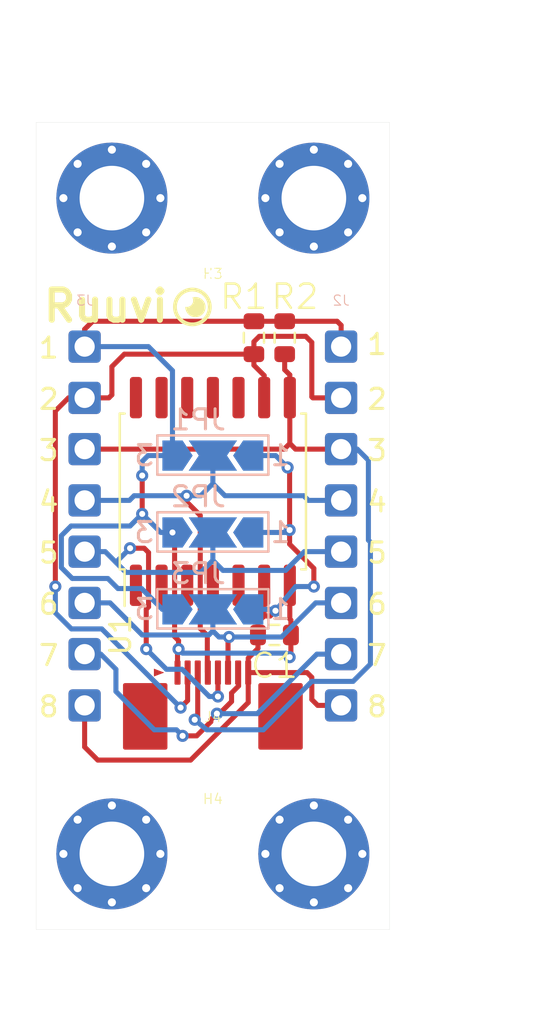
<source format=kicad_pcb>
(kicad_pcb (version 20171130) (host pcbnew "(5.1.5-0-10_14)")

  (general
    (thickness 1.6)
    (drawings 26)
    (tracks 206)
    (zones 0)
    (modules 17)
    (nets 9)
  )

  (page A4)
  (layers
    (0 F.Cu mixed)
    (31 B.Cu mixed)
    (32 B.Adhes user)
    (33 F.Adhes user)
    (34 B.Paste user)
    (35 F.Paste user)
    (36 B.SilkS user)
    (37 F.SilkS user)
    (38 B.Mask user)
    (39 F.Mask user)
    (40 Dwgs.User user)
    (41 Cmts.User user)
    (42 Eco1.User user)
    (43 Eco2.User user)
    (44 Edge.Cuts user)
    (45 Margin user)
    (46 B.CrtYd user)
    (47 F.CrtYd user)
    (48 B.Fab user)
    (49 F.Fab user)
  )

  (setup
    (last_trace_width 0.25)
    (user_trace_width 0.15)
    (user_trace_width 0.2)
    (user_trace_width 0.3)
    (user_trace_width 0.5)
    (user_trace_width 0.6)
    (user_trace_width 0.7)
    (user_trace_width 0.8)
    (user_trace_width 1)
    (user_trace_width 1.5)
    (user_trace_width 1.6)
    (user_trace_width 2.34)
    (trace_clearance 0.2)
    (zone_clearance 0.2)
    (zone_45_only no)
    (trace_min 0.15)
    (via_size 0.6)
    (via_drill 0.3)
    (via_min_size 0.6)
    (via_min_drill 0.3)
    (uvia_size 0.2)
    (uvia_drill 0.1)
    (uvias_allowed no)
    (uvia_min_size 0.2)
    (uvia_min_drill 0.1)
    (edge_width 0.01)
    (segment_width 0.02)
    (pcb_text_width 0.3)
    (pcb_text_size 1.5 1.5)
    (mod_edge_width 0.15)
    (mod_text_size 1 1)
    (mod_text_width 0.15)
    (pad_size 2.2 3.3)
    (pad_drill 0)
    (pad_to_mask_clearance 0)
    (solder_mask_min_width 0.1)
    (aux_axis_origin 92 70.99)
    (grid_origin 92 70.99)
    (visible_elements FFFFE77F)
    (pcbplotparams
      (layerselection 0x010cc_ffffffff)
      (usegerberextensions true)
      (usegerberattributes false)
      (usegerberadvancedattributes false)
      (creategerberjobfile false)
      (excludeedgelayer false)
      (linewidth 0.100000)
      (plotframeref false)
      (viasonmask false)
      (mode 1)
      (useauxorigin false)
      (hpglpennumber 1)
      (hpglpenspeed 20)
      (hpglpendiameter 15.000000)
      (psnegative false)
      (psa4output false)
      (plotreference false)
      (plotvalue false)
      (plotinvisibletext false)
      (padsonsilk true)
      (subtractmaskfromsilk false)
      (outputformat 1)
      (mirror false)
      (drillshape 0)
      (scaleselection 1)
      (outputdirectory "export/connector-breakout-a1-assembly/"))
  )

  (net 0 "")
  (net 1 /VDD)
  (net 2 /GND)
  (net 3 /SDA)
  (net 4 /SCL)
  (net 5 /GPIO6)
  (net 6 /GPIO5)
  (net 7 /GPIO4)
  (net 8 /GPIO3)

  (net_class Default "This is the default net class."
    (clearance 0.2)
    (trace_width 0.25)
    (via_dia 0.6)
    (via_drill 0.3)
    (uvia_dia 0.2)
    (uvia_drill 0.1)
    (add_net /GND)
    (add_net /GPIO3)
    (add_net /GPIO4)
    (add_net /GPIO5)
    (add_net /GPIO6)
    (add_net /SCL)
    (add_net /SDA)
    (add_net /VDD)
  )

  (module ruuvi:EYESILK2MM (layer F.Cu) (tedit 0) (tstamp 5E91DFCF)
    (at 90.984 80.134)
    (fp_text reference G*** (at 0 0) (layer F.SilkS) hide
      (effects (font (size 1.524 1.524) (thickness 0.3)))
    )
    (fp_text value EYESILK2MM (at 0.75 0) (layer F.SilkS) hide
      (effects (font (size 1.524 1.524) (thickness 0.3)))
    )
    (fp_poly (pts (xy 0.057029 -0.950567) (xy 0.104542 -0.946519) (xy 0.151936 -0.940081) (xy 0.199122 -0.931242)
      (xy 0.24601 -0.91999) (xy 0.292512 -0.906316) (xy 0.338539 -0.890208) (xy 0.37465 -0.875694)
      (xy 0.418226 -0.855778) (xy 0.460801 -0.833569) (xy 0.50227 -0.809148) (xy 0.542527 -0.7826)
      (xy 0.581466 -0.754007) (xy 0.618981 -0.723452) (xy 0.654968 -0.691019) (xy 0.68932 -0.65679)
      (xy 0.721932 -0.620848) (xy 0.752699 -0.583277) (xy 0.762181 -0.570865) (xy 0.790415 -0.531166)
      (xy 0.816544 -0.490095) (xy 0.840519 -0.447762) (xy 0.862291 -0.404279) (xy 0.88181 -0.359756)
      (xy 0.899028 -0.314304) (xy 0.913896 -0.268032) (xy 0.926363 -0.221053) (xy 0.934605 -0.18288)
      (xy 0.94265 -0.134872) (xy 0.948241 -0.086482) (xy 0.95138 -0.037862) (xy 0.952071 0.010837)
      (xy 0.950315 0.05946) (xy 0.946115 0.107856) (xy 0.939475 0.155874) (xy 0.930396 0.203359)
      (xy 0.927706 0.215303) (xy 0.91537 0.262854) (xy 0.900689 0.309478) (xy 0.883706 0.355108)
      (xy 0.864465 0.399676) (xy 0.843012 0.443112) (xy 0.819391 0.48535) (xy 0.793645 0.526321)
      (xy 0.765821 0.565957) (xy 0.735961 0.604189) (xy 0.704111 0.64095) (xy 0.670315 0.676171)
      (xy 0.634617 0.709785) (xy 0.597063 0.741722) (xy 0.570809 0.762205) (xy 0.531501 0.790235)
      (xy 0.490764 0.816203) (xy 0.448722 0.840058) (xy 0.405499 0.861747) (xy 0.361216 0.881221)
      (xy 0.315999 0.898428) (xy 0.269969 0.913317) (xy 0.22325 0.925836) (xy 0.175966 0.935935)
      (xy 0.13716 0.942331) (xy 0.106216 0.946227) (xy 0.074606 0.949196) (xy 0.04297 0.951204)
      (xy 0.011949 0.952216) (xy -0.017818 0.952198) (xy -0.03556 0.951646) (xy -0.049997 0.950889)
      (xy -0.065514 0.949868) (xy -0.081182 0.948654) (xy -0.09607 0.947317) (xy -0.10795 0.946079)
      (xy -0.156384 0.939339) (xy -0.204168 0.930168) (xy -0.251227 0.918611) (xy -0.297483 0.904712)
      (xy -0.342858 0.888516) (xy -0.387275 0.870067) (xy -0.430656 0.849409) (xy -0.472924 0.826588)
      (xy -0.514002 0.801647) (xy -0.553811 0.774631) (xy -0.592275 0.745584) (xy -0.629316 0.714551)
      (xy -0.664856 0.681577) (xy -0.698818 0.646705) (xy -0.731125 0.60998) (xy -0.761699 0.571446)
      (xy -0.762136 0.570865) (xy -0.790253 0.531366) (xy -0.816345 0.490402) (xy -0.840328 0.448129)
      (xy -0.862121 0.404704) (xy -0.881639 0.360286) (xy -0.898798 0.315031) (xy -0.901234 0.307975)
      (xy -0.915851 0.261154) (xy -0.928005 0.213808) (xy -0.937696 0.166034) (xy -0.944924 0.117929)
      (xy -0.94969 0.069588) (xy -0.951993 0.021108) (xy -0.951966 0.012906) (xy -0.772837 0.012906)
      (xy -0.770886 0.056913) (xy -0.766464 0.100677) (xy -0.759581 0.144079) (xy -0.750244 0.186999)
      (xy -0.738464 0.229319) (xy -0.738366 0.229634) (xy -0.724285 0.27077) (xy -0.707862 0.311024)
      (xy -0.689171 0.350287) (xy -0.668291 0.388451) (xy -0.645295 0.42541) (xy -0.620262 0.461054)
      (xy -0.593266 0.495276) (xy -0.564385 0.527968) (xy -0.533693 0.559023) (xy -0.501268 0.588332)
      (xy -0.467185 0.615788) (xy -0.464185 0.618054) (xy -0.428586 0.643259) (xy -0.391675 0.666375)
      (xy -0.353585 0.687353) (xy -0.314443 0.706144) (xy -0.274382 0.722699) (xy -0.233529 0.73697)
      (xy -0.192017 0.748907) (xy -0.149973 0.758463) (xy -0.10753 0.765589) (xy -0.064815 0.770235)
      (xy -0.056515 0.770845) (xy -0.040333 0.771869) (xy -0.026091 0.7726) (xy -0.013205 0.773045)
      (xy -0.001094 0.773212) (xy 0.010825 0.773109) (xy 0.023134 0.772746) (xy 0.036195 0.772141)
      (xy 0.069478 0.769817) (xy 0.101105 0.76641) (xy 0.131761 0.761821) (xy 0.162131 0.755948)
      (xy 0.188018 0.749926) (xy 0.230283 0.738073) (xy 0.271654 0.723869) (xy 0.312047 0.70737)
      (xy 0.351375 0.688635) (xy 0.389553 0.667719) (xy 0.426496 0.644679) (xy 0.462118 0.619573)
      (xy 0.496334 0.592457) (xy 0.529058 0.563389) (xy 0.560205 0.532425) (xy 0.589689 0.499622)
      (xy 0.617425 0.465037) (xy 0.619026 0.462915) (xy 0.644152 0.42738) (xy 0.667219 0.390427)
      (xy 0.688167 0.352199) (xy 0.706935 0.312838) (xy 0.723464 0.272486) (xy 0.737692 0.231288)
      (xy 0.749561 0.189385) (xy 0.75901 0.14692) (xy 0.76378 0.11938) (xy 0.769292 0.075359)
      (xy 0.772308 0.031223) (xy 0.772836 -0.012907) (xy 0.770885 -0.056914) (xy 0.766463 -0.100678)
      (xy 0.75958 -0.14408) (xy 0.750243 -0.187) (xy 0.738463 -0.22932) (xy 0.738365 -0.229635)
      (xy 0.72428 -0.270789) (xy 0.707873 -0.311012) (xy 0.68922 -0.350205) (xy 0.668398 -0.388271)
      (xy 0.645485 -0.425112) (xy 0.620557 -0.460629) (xy 0.593691 -0.494724) (xy 0.564965 -0.5273)
      (xy 0.534455 -0.558258) (xy 0.502238 -0.5875) (xy 0.468392 -0.614928) (xy 0.432992 -0.640444)
      (xy 0.398793 -0.662344) (xy 0.360433 -0.684018) (xy 0.321069 -0.703382) (xy 0.280796 -0.720416)
      (xy 0.239709 -0.7351) (xy 0.197901 -0.747413) (xy 0.155468 -0.757337) (xy 0.112504 -0.76485)
      (xy 0.069104 -0.769934) (xy 0.025362 -0.772567) (xy -0.018628 -0.772731) (xy -0.062769 -0.770404)
      (xy -0.09649 -0.766943) (xy -0.139988 -0.760257) (xy -0.182962 -0.751101) (xy -0.225313 -0.73951)
      (xy -0.26694 -0.725518) (xy -0.307745 -0.70916) (xy -0.347628 -0.690471) (xy -0.386489 -0.669484)
      (xy -0.399463 -0.661825) (xy -0.435892 -0.638372) (xy -0.471097 -0.61275) (xy -0.504934 -0.585091)
      (xy -0.537259 -0.555525) (xy -0.567927 -0.524183) (xy -0.596793 -0.491196) (xy -0.61909 -0.462915)
      (xy -0.644195 -0.427395) (xy -0.667246 -0.390449) (xy -0.688182 -0.35222) (xy -0.706943 -0.312855)
      (xy -0.723467 -0.272498) (xy -0.737694 -0.231294) (xy -0.749562 -0.189388) (xy -0.75901 -0.146924)
      (xy -0.763781 -0.11938) (xy -0.769293 -0.07536) (xy -0.772309 -0.031224) (xy -0.772837 0.012906)
      (xy -0.951966 0.012906) (xy -0.951833 -0.027413) (xy -0.94921 -0.07588) (xy -0.944124 -0.124196)
      (xy -0.936576 -0.172264) (xy -0.926565 -0.219988) (xy -0.914091 -0.267271) (xy -0.901234 -0.307975)
      (xy -0.88438 -0.353535) (xy -0.865217 -0.398101) (xy -0.843809 -0.441584) (xy -0.82022 -0.483897)
      (xy -0.794514 -0.524952) (xy -0.766755 -0.564661) (xy -0.737007 -0.602937) (xy -0.705333 -0.63969)
      (xy -0.671798 -0.674835) (xy -0.636465 -0.708282) (xy -0.599398 -0.739944) (xy -0.570865 -0.762191)
      (xy -0.531023 -0.790492) (xy -0.490054 -0.816551) (xy -0.448048 -0.840359) (xy -0.405094 -0.861904)
      (xy -0.36128 -0.881176) (xy -0.316697 -0.898164) (xy -0.271431 -0.912857) (xy -0.225574 -0.925245)
      (xy -0.179213 -0.935318) (xy -0.132438 -0.943063) (xy -0.085337 -0.948472) (xy -0.037999 -0.951532)
      (xy 0.009486 -0.952234) (xy 0.057029 -0.950567)) (layer F.SilkS) (width 0.01))
    (fp_poly (pts (xy 0.168652 -0.489537) (xy 0.181793 -0.489168) (xy 0.193759 -0.488585) (xy 0.204021 -0.48779)
      (xy 0.208915 -0.48724) (xy 0.231595 -0.483933) (xy 0.252565 -0.480074) (xy 0.272626 -0.475489)
      (xy 0.292581 -0.47) (xy 0.305563 -0.465965) (xy 0.338986 -0.453838) (xy 0.371182 -0.439509)
      (xy 0.402073 -0.423037) (xy 0.431581 -0.404486) (xy 0.459625 -0.383917) (xy 0.486127 -0.361391)
      (xy 0.511009 -0.33697) (xy 0.534191 -0.310715) (xy 0.555594 -0.282689) (xy 0.571969 -0.258097)
      (xy 0.589275 -0.228503) (xy 0.604175 -0.19891) (xy 0.616782 -0.169002) (xy 0.627209 -0.138462)
      (xy 0.635572 -0.106973) (xy 0.641982 -0.074219) (xy 0.644756 -0.055245) (xy 0.645476 -0.048057)
      (xy 0.646073 -0.038838) (xy 0.646544 -0.028039) (xy 0.646887 -0.01611) (xy 0.6471 -0.003499)
      (xy 0.647179 0.009344) (xy 0.647124 0.021969) (xy 0.64693 0.033927) (xy 0.646596 0.044768)
      (xy 0.64612 0.054043) (xy 0.645499 0.061303) (xy 0.645388 0.06223) (xy 0.641405 0.089443)
      (xy 0.636466 0.114861) (xy 0.630404 0.139101) (xy 0.623055 0.162781) (xy 0.614251 0.18652)
      (xy 0.608096 0.201295) (xy 0.594279 0.230924) (xy 0.579266 0.258575) (xy 0.562795 0.284628)
      (xy 0.544604 0.309466) (xy 0.524431 0.333467) (xy 0.502015 0.357014) (xy 0.498902 0.360082)
      (xy 0.472394 0.38433) (xy 0.444727 0.406328) (xy 0.415883 0.426083) (xy 0.385845 0.443604)
      (xy 0.354597 0.4589) (xy 0.322122 0.471978) (xy 0.288401 0.482847) (xy 0.253419 0.491515)
      (xy 0.217158 0.497991) (xy 0.21336 0.498532) (xy 0.20651 0.499269) (xy 0.197627 0.499896)
      (xy 0.187168 0.500406) (xy 0.175589 0.500796) (xy 0.163348 0.501061) (xy 0.150902 0.501195)
      (xy 0.138707 0.501193) (xy 0.127221 0.501051) (xy 0.1169 0.500764) (xy 0.108202 0.500327)
      (xy 0.1016 0.499736) (xy 0.065053 0.494118) (xy 0.029969 0.486453) (xy -0.003741 0.476706)
      (xy -0.036167 0.464841) (xy -0.0674 0.450821) (xy -0.097529 0.43461) (xy -0.126644 0.416171)
      (xy -0.152756 0.397098) (xy -0.179495 0.374684) (xy -0.204515 0.350488) (xy -0.227735 0.324647)
      (xy -0.249074 0.297294) (xy -0.268451 0.268565) (xy -0.285784 0.238595) (xy -0.300993 0.207519)
      (xy -0.313996 0.175472) (xy -0.324712 0.142589) (xy -0.33306 0.109005) (xy -0.336416 0.09144)
      (xy -0.337755 0.082902) (xy -0.339029 0.07341) (xy -0.340212 0.063303) (xy -0.341279 0.052916)
      (xy -0.342206 0.042587) (xy -0.342966 0.032653) (xy -0.343535 0.023452) (xy -0.343888 0.01532)
      (xy -0.344 0.008595) (xy -0.343845 0.003614) (xy -0.343398 0.000714) (xy -0.343204 0.000301)
      (xy -0.34225 -0.000282) (xy -0.340217 -0.000473) (xy -0.336747 -0.000251) (xy -0.331483 0.000408)
      (xy -0.324401 0.001472) (xy -0.305788 0.003591) (xy -0.285631 0.004435) (xy -0.264569 0.004027)
      (xy -0.24324 0.00239) (xy -0.222284 -0.000454) (xy -0.21082 -0.002591) (xy -0.183184 -0.009571)
      (xy -0.15657 -0.018867) (xy -0.131048 -0.030443) (xy -0.106683 -0.044264) (xy -0.083544 -0.060293)
      (xy -0.061697 -0.078493) (xy -0.050641 -0.089032) (xy -0.030974 -0.110411) (xy -0.013448 -0.133151)
      (xy 0.00192 -0.157219) (xy 0.015115 -0.182585) (xy 0.026119 -0.209216) (xy 0.034916 -0.237082)
      (xy 0.041475 -0.266065) (xy 0.04215 -0.270094) (xy 0.042685 -0.274261) (xy 0.043095 -0.278917)
      (xy 0.043393 -0.28441) (xy 0.043596 -0.29109) (xy 0.043718 -0.299306) (xy 0.043774 -0.309407)
      (xy 0.043781 -0.32004) (xy 0.043747 -0.361315) (xy 0.039654 -0.3807) (xy 0.035748 -0.396993)
      (xy 0.030845 -0.413927) (xy 0.025245 -0.430573) (xy 0.019247 -0.446005) (xy 0.016625 -0.452027)
      (xy 0.014144 -0.45772) (xy 0.012154 -0.462688) (xy 0.010849 -0.466418) (xy 0.010421 -0.468399)
      (xy 0.010429 -0.468458) (xy 0.011813 -0.469581) (xy 0.0154 -0.471032) (xy 0.020882 -0.47274)
      (xy 0.027953 -0.474638) (xy 0.036307 -0.476657) (xy 0.045636 -0.478729) (xy 0.055635 -0.480785)
      (xy 0.065997 -0.482755) (xy 0.076414 -0.484573) (xy 0.086581 -0.486169) (xy 0.094615 -0.487277)
      (xy 0.103746 -0.488188) (xy 0.114864 -0.488885) (xy 0.12744 -0.489368) (xy 0.140948 -0.489638)
      (xy 0.154861 -0.489694) (xy 0.168652 -0.489537)) (layer F.SilkS) (width 0.01))
  )

  (module connector:RUUVI_CONNECTOR_8PIN_HEADER (layer B.Cu) (tedit 5E909584) (tstamp 5E439C3A)
    (at 85.65 82.1 180)
    (descr "Through hole straight pin header, 1x08, 2.54mm pitch, single row")
    (tags "Through hole pin header THT 1x08 2.54mm single row")
    (path /5E44A1A8)
    (fp_text reference J3 (at 0 2.286) (layer B.SilkS)
      (effects (font (size 0.5 0.5) (thickness 0.05)) (justify mirror))
    )
    (fp_text value "Ruuvi Connector Pin Header" (at 3.81 -6.67 90) (layer B.Fab)
      (effects (font (size 0.5 0.5) (thickness 0.05)) (justify mirror))
    )
    (fp_text user %R (at 0 -8.89 270) (layer B.Fab)
      (effects (font (size 1 1) (thickness 0.15)) (justify mirror))
    )
    (fp_line (start 1.8 1.8) (end -1.8 1.8) (layer B.CrtYd) (width 0.05))
    (fp_line (start 1.8 -19.55) (end 1.8 1.8) (layer B.CrtYd) (width 0.05))
    (fp_line (start -1.8 -19.55) (end 1.8 -19.55) (layer B.CrtYd) (width 0.05))
    (fp_line (start -1.8 1.8) (end -1.8 -19.55) (layer B.CrtYd) (width 0.05))
    (pad 8 thru_hole roundrect (at 0 -17.78 180) (size 1.6 1.6) (drill 1) (layers *.Cu *.Mask) (roundrect_rratio 0.125)
      (net 2 /GND))
    (pad 7 thru_hole roundrect (at 0 -15.24 180) (size 1.6 1.6) (drill 1) (layers *.Cu *.Mask) (roundrect_rratio 0.125)
      (net 5 /GPIO6))
    (pad 6 thru_hole roundrect (at 0 -12.7 180) (size 1.6 1.6) (drill 1) (layers *.Cu *.Mask) (roundrect_rratio 0.125)
      (net 6 /GPIO5))
    (pad 5 thru_hole roundrect (at 0 -10.16 180) (size 1.6 1.6) (drill 1) (layers *.Cu *.Mask) (roundrect_rratio 0.125)
      (net 7 /GPIO4))
    (pad 4 thru_hole roundrect (at 0 -7.62 180) (size 1.6 1.6) (drill 1) (layers *.Cu *.Mask) (roundrect_rratio 0.125)
      (net 8 /GPIO3))
    (pad 3 thru_hole roundrect (at 0 -5.08 180) (size 1.6 1.6) (drill 1) (layers *.Cu *.Mask) (roundrect_rratio 0.125)
      (net 3 /SDA))
    (pad 2 thru_hole roundrect (at 0 -2.54 180) (size 1.6 1.6) (drill 1) (layers *.Cu *.Mask) (roundrect_rratio 0.125)
      (net 4 /SCL))
    (pad 1 thru_hole roundrect (at 0 0 180) (size 1.6 1.6) (drill 1) (layers *.Cu *.Mask) (roundrect_rratio 0.125)
      (net 1 /VDD))
    (model ${KISYS3DMOD}/Connector_PinHeader_2.54mm.3dshapes/PinHeader_1x08_P2.54mm_Vertical.wrl
      (at (xyz 0 0 0))
      (scale (xyz 1 1 1))
      (rotate (xyz 0 0 0))
    )
  )

  (module connector:RUUVI_CONNECTOR_8PIN_HEADER (layer B.Cu) (tedit 5E90958C) (tstamp 5E42FCAB)
    (at 98.35 82.1 180)
    (descr "Through hole straight pin header, 1x08, 2.54mm pitch, single row")
    (tags "Through hole pin header THT 1x08 2.54mm single row")
    (path /5E43D485)
    (fp_text reference J2 (at 0 2.286) (layer B.SilkS)
      (effects (font (size 0.5 0.5) (thickness 0.05)) (justify mirror))
    )
    (fp_text value "Ruuvi Connector Pin Header" (at -3.81 -6.67 90) (layer B.Fab)
      (effects (font (size 0.5 0.5) (thickness 0.05)) (justify mirror))
    )
    (fp_text user %R (at 0 -8.89 270) (layer B.Fab)
      (effects (font (size 1 1) (thickness 0.15)) (justify mirror))
    )
    (fp_line (start 1.8 1.8) (end -1.8 1.8) (layer B.CrtYd) (width 0.05))
    (fp_line (start 1.8 -19.55) (end 1.8 1.8) (layer B.CrtYd) (width 0.05))
    (fp_line (start -1.8 -19.55) (end 1.8 -19.55) (layer B.CrtYd) (width 0.05))
    (fp_line (start -1.8 1.8) (end -1.8 -19.55) (layer B.CrtYd) (width 0.05))
    (pad 8 thru_hole roundrect (at 0 -17.78 180) (size 1.6 1.6) (drill 1) (layers *.Cu *.Mask) (roundrect_rratio 0.125)
      (net 2 /GND))
    (pad 7 thru_hole roundrect (at 0 -15.24 180) (size 1.6 1.6) (drill 1) (layers *.Cu *.Mask) (roundrect_rratio 0.125)
      (net 5 /GPIO6))
    (pad 6 thru_hole roundrect (at 0 -12.7 180) (size 1.6 1.6) (drill 1) (layers *.Cu *.Mask) (roundrect_rratio 0.125)
      (net 6 /GPIO5))
    (pad 5 thru_hole roundrect (at 0 -10.16 180) (size 1.6 1.6) (drill 1) (layers *.Cu *.Mask) (roundrect_rratio 0.125)
      (net 7 /GPIO4))
    (pad 4 thru_hole roundrect (at 0 -7.62 180) (size 1.6 1.6) (drill 1) (layers *.Cu *.Mask) (roundrect_rratio 0.125)
      (net 8 /GPIO3))
    (pad 3 thru_hole roundrect (at 0 -5.08 180) (size 1.6 1.6) (drill 1) (layers *.Cu *.Mask) (roundrect_rratio 0.125)
      (net 3 /SDA))
    (pad 2 thru_hole roundrect (at 0 -2.54 180) (size 1.6 1.6) (drill 1) (layers *.Cu *.Mask) (roundrect_rratio 0.125)
      (net 4 /SCL))
    (pad 1 thru_hole roundrect (at 0 0 180) (size 1.6 1.6) (drill 1) (layers *.Cu *.Mask) (roundrect_rratio 0.125)
      (net 1 /VDD))
    (model ${KISYS3DMOD}/Connector_PinHeader_2.54mm.3dshapes/PinHeader_1x08_P2.54mm_Vertical.wrl
      (at (xyz 0 0 0))
      (scale (xyz 1 1 1))
      (rotate (xyz 0 0 0))
    )
  )

  (module ruuvitag:MountingHole_3.2mm_M3_Pad_Via (layer F.Cu) (tedit 5E4552CD) (tstamp 5E47CA27)
    (at 97 107.24)
    (descr "Mounting Hole 3.2mm, M3")
    (tags "mounting hole 3.2mm m3")
    (path /5E4B7E1C)
    (attr virtual)
    (fp_text reference H6 (at 0 0) (layer F.SilkS)
      (effects (font (size 0.5 0.5) (thickness 0.05)))
    )
    (fp_text value MountingHole (at 0 0) (layer F.Fab)
      (effects (font (size 0.5 0.5) (thickness 0.05)))
    )
    (fp_text user %R (at 0.3 0) (layer F.Fab)
      (effects (font (size 1 1) (thickness 0.15)))
    )
    (pad 1 thru_hole circle (at 0 0) (size 5.5 5.5) (drill 3.2) (layers *.Cu *.Mask))
    (pad 1 thru_hole circle (at 2.4 0) (size 0.7 0.7) (drill 0.4) (layers *.Cu *.Mask))
    (pad 1 thru_hole circle (at 1.697056 1.697056) (size 0.7 0.7) (drill 0.4) (layers *.Cu *.Mask))
    (pad 1 thru_hole circle (at 0 2.4) (size 0.7 0.7) (drill 0.4) (layers *.Cu *.Mask))
    (pad 1 thru_hole circle (at -1.697056 1.697056) (size 0.7 0.7) (drill 0.4) (layers *.Cu *.Mask))
    (pad 1 thru_hole circle (at -2.4 0) (size 0.7 0.7) (drill 0.4) (layers *.Cu *.Mask))
    (pad 1 thru_hole circle (at -1.697056 -1.697056) (size 0.7 0.7) (drill 0.4) (layers *.Cu *.Mask))
    (pad 1 thru_hole circle (at 0 -2.4) (size 0.7 0.7) (drill 0.4) (layers *.Cu *.Mask))
    (pad 1 thru_hole circle (at 1.697056 -1.697056) (size 0.7 0.7) (drill 0.4) (layers *.Cu *.Mask))
  )

  (module ruuvitag:MountingHole_3.2mm_M3_Pad_Via (layer F.Cu) (tedit 5E4552CD) (tstamp 5E47C763)
    (at 87 107.24)
    (descr "Mounting Hole 3.2mm, M3")
    (tags "mounting hole 3.2mm m3")
    (path /5E4B7E12)
    (attr virtual)
    (fp_text reference H5 (at 0 0) (layer F.SilkS)
      (effects (font (size 0.5 0.5) (thickness 0.05)))
    )
    (fp_text value MountingHole (at 0 0) (layer F.Fab)
      (effects (font (size 0.5 0.5) (thickness 0.05)))
    )
    (fp_text user %R (at 0.3 0) (layer F.Fab)
      (effects (font (size 1 1) (thickness 0.15)))
    )
    (pad 1 thru_hole circle (at 0 0) (size 5.5 5.5) (drill 3.2) (layers *.Cu *.Mask))
    (pad 1 thru_hole circle (at 2.4 0) (size 0.7 0.7) (drill 0.4) (layers *.Cu *.Mask))
    (pad 1 thru_hole circle (at 1.697056 1.697056) (size 0.7 0.7) (drill 0.4) (layers *.Cu *.Mask))
    (pad 1 thru_hole circle (at 0 2.4) (size 0.7 0.7) (drill 0.4) (layers *.Cu *.Mask))
    (pad 1 thru_hole circle (at -1.697056 1.697056) (size 0.7 0.7) (drill 0.4) (layers *.Cu *.Mask))
    (pad 1 thru_hole circle (at -2.4 0) (size 0.7 0.7) (drill 0.4) (layers *.Cu *.Mask))
    (pad 1 thru_hole circle (at -1.697056 -1.697056) (size 0.7 0.7) (drill 0.4) (layers *.Cu *.Mask))
    (pad 1 thru_hole circle (at 0 -2.4) (size 0.7 0.7) (drill 0.4) (layers *.Cu *.Mask))
    (pad 1 thru_hole circle (at 1.697056 -1.697056) (size 0.7 0.7) (drill 0.4) (layers *.Cu *.Mask))
  )

  (module connector:BreakoutHoles (layer F.Cu) (tedit 5E45549B) (tstamp 5E47C8D1)
    (at 92 103.49)
    (path /5E4B8666)
    (fp_text reference H4 (at 0 1.028) (layer F.SilkS)
      (effects (font (size 0.5 0.5) (thickness 0.05)))
    )
    (fp_text value "27 x 0.4mm NPTH" (at 0 -0.1) (layer F.Fab)
      (effects (font (size 0.5 0.5) (thickness 0.05)))
    )
    (pad "" np_thru_hole circle (at -6.6 0) (size 0.4 0.4) (drill 0.4) (layers *.Cu *.Mask))
    (pad "" np_thru_hole circle (at -0.6 0) (size 0.4 0.4) (drill 0.4) (layers *.Cu *.Mask))
    (pad "" np_thru_hole circle (at -3.6 0) (size 0.4 0.4) (drill 0.4) (layers *.Cu *.Mask))
    (pad "" np_thru_hole circle (at -1.2 0) (size 0.4 0.4) (drill 0.4) (layers *.Cu *.Mask))
    (pad "" np_thru_hole circle (at -3 0) (size 0.4 0.4) (drill 0.4) (layers *.Cu *.Mask))
    (pad "" np_thru_hole circle (at -1.8 0) (size 0.4 0.4) (drill 0.4) (layers *.Cu *.Mask))
    (pad "" np_thru_hole circle (at -4.8 0) (size 0.4 0.4) (drill 0.4) (layers *.Cu *.Mask))
    (pad "" np_thru_hole circle (at -5.4 0) (size 0.4 0.4) (drill 0.4) (layers *.Cu *.Mask))
    (pad "" np_thru_hole circle (at -7.8 0) (size 0.4 0.4) (drill 0.4) (layers *.Cu *.Mask))
    (pad "" np_thru_hole circle (at -2.4 0) (size 0.4 0.4) (drill 0.4) (layers *.Cu *.Mask))
    (pad "" np_thru_hole circle (at -4.2 0) (size 0.4 0.4) (drill 0.4) (layers *.Cu *.Mask))
    (pad "" np_thru_hole circle (at -7.2 0) (size 0.4 0.4) (drill 0.4) (layers *.Cu *.Mask))
    (pad "" np_thru_hole circle (at -6 0) (size 0.4 0.4) (drill 0.4) (layers *.Cu *.Mask))
    (pad "" np_thru_hole circle (at 7.8 0) (size 0.4 0.4) (drill 0.4) (layers *.Cu *.Mask))
    (pad "" np_thru_hole circle (at 7.2 0) (size 0.4 0.4) (drill 0.4) (layers *.Cu *.Mask))
    (pad "" np_thru_hole circle (at 6.6 0) (size 0.4 0.4) (drill 0.4) (layers *.Cu *.Mask))
    (pad "" np_thru_hole circle (at 6 0) (size 0.4 0.4) (drill 0.4) (layers *.Cu *.Mask))
    (pad "" np_thru_hole circle (at 5.4 0) (size 0.4 0.4) (drill 0.4) (layers *.Cu *.Mask))
    (pad "" np_thru_hole circle (at 4.8 0) (size 0.4 0.4) (drill 0.4) (layers *.Cu *.Mask))
    (pad "" np_thru_hole circle (at 4.2 0) (size 0.4 0.4) (drill 0.4) (layers *.Cu *.Mask))
    (pad "" np_thru_hole circle (at 3.6 0) (size 0.4 0.4) (drill 0.4) (layers *.Cu *.Mask))
    (pad "" np_thru_hole circle (at 3 0) (size 0.4 0.4) (drill 0.4) (layers *.Cu *.Mask))
    (pad "" np_thru_hole circle (at 2.4 0) (size 0.4 0.4) (drill 0.4) (layers *.Cu *.Mask))
    (pad "" np_thru_hole circle (at 1.8 0) (size 0.4 0.4) (drill 0.4) (layers *.Cu *.Mask))
    (pad "" np_thru_hole circle (at 1.2 0) (size 0.4 0.4) (drill 0.4) (layers *.Cu *.Mask))
    (pad "" np_thru_hole circle (at 0.6 0) (size 0.4 0.4) (drill 0.4) (layers *.Cu *.Mask))
    (pad "" np_thru_hole circle (at 0 0) (size 0.4 0.4) (drill 0.4) (layers *.Cu *.Mask))
  )

  (module connector:BreakoutHoles (layer F.Cu) (tedit 5E45549B) (tstamp 5E455D6F)
    (at 92 78.49)
    (path /5E47880E)
    (fp_text reference H3 (at 0 0) (layer F.SilkS)
      (effects (font (size 0.5 0.5) (thickness 0.05)))
    )
    (fp_text value "27 x 0.4mm NPTH" (at 0 -0.1) (layer F.Fab)
      (effects (font (size 0.5 0.5) (thickness 0.05)))
    )
    (pad "" np_thru_hole circle (at -6.6 0) (size 0.4 0.4) (drill 0.4) (layers *.Cu *.Mask))
    (pad "" np_thru_hole circle (at -0.6 0) (size 0.4 0.4) (drill 0.4) (layers *.Cu *.Mask))
    (pad "" np_thru_hole circle (at -3.6 0) (size 0.4 0.4) (drill 0.4) (layers *.Cu *.Mask))
    (pad "" np_thru_hole circle (at -1.2 0) (size 0.4 0.4) (drill 0.4) (layers *.Cu *.Mask))
    (pad "" np_thru_hole circle (at -3 0) (size 0.4 0.4) (drill 0.4) (layers *.Cu *.Mask))
    (pad "" np_thru_hole circle (at -1.8 0) (size 0.4 0.4) (drill 0.4) (layers *.Cu *.Mask))
    (pad "" np_thru_hole circle (at -4.8 0) (size 0.4 0.4) (drill 0.4) (layers *.Cu *.Mask))
    (pad "" np_thru_hole circle (at -5.4 0) (size 0.4 0.4) (drill 0.4) (layers *.Cu *.Mask))
    (pad "" np_thru_hole circle (at -7.8 0) (size 0.4 0.4) (drill 0.4) (layers *.Cu *.Mask))
    (pad "" np_thru_hole circle (at -2.4 0) (size 0.4 0.4) (drill 0.4) (layers *.Cu *.Mask))
    (pad "" np_thru_hole circle (at -4.2 0) (size 0.4 0.4) (drill 0.4) (layers *.Cu *.Mask))
    (pad "" np_thru_hole circle (at -7.2 0) (size 0.4 0.4) (drill 0.4) (layers *.Cu *.Mask))
    (pad "" np_thru_hole circle (at -6 0) (size 0.4 0.4) (drill 0.4) (layers *.Cu *.Mask))
    (pad "" np_thru_hole circle (at 7.8 0) (size 0.4 0.4) (drill 0.4) (layers *.Cu *.Mask))
    (pad "" np_thru_hole circle (at 7.2 0) (size 0.4 0.4) (drill 0.4) (layers *.Cu *.Mask))
    (pad "" np_thru_hole circle (at 6.6 0) (size 0.4 0.4) (drill 0.4) (layers *.Cu *.Mask))
    (pad "" np_thru_hole circle (at 6 0) (size 0.4 0.4) (drill 0.4) (layers *.Cu *.Mask))
    (pad "" np_thru_hole circle (at 5.4 0) (size 0.4 0.4) (drill 0.4) (layers *.Cu *.Mask))
    (pad "" np_thru_hole circle (at 4.8 0) (size 0.4 0.4) (drill 0.4) (layers *.Cu *.Mask))
    (pad "" np_thru_hole circle (at 4.2 0) (size 0.4 0.4) (drill 0.4) (layers *.Cu *.Mask))
    (pad "" np_thru_hole circle (at 3.6 0) (size 0.4 0.4) (drill 0.4) (layers *.Cu *.Mask))
    (pad "" np_thru_hole circle (at 3 0) (size 0.4 0.4) (drill 0.4) (layers *.Cu *.Mask))
    (pad "" np_thru_hole circle (at 2.4 0) (size 0.4 0.4) (drill 0.4) (layers *.Cu *.Mask))
    (pad "" np_thru_hole circle (at 1.8 0) (size 0.4 0.4) (drill 0.4) (layers *.Cu *.Mask))
    (pad "" np_thru_hole circle (at 1.2 0) (size 0.4 0.4) (drill 0.4) (layers *.Cu *.Mask))
    (pad "" np_thru_hole circle (at 0.6 0) (size 0.4 0.4) (drill 0.4) (layers *.Cu *.Mask))
    (pad "" np_thru_hole circle (at 0 0) (size 0.4 0.4) (drill 0.4) (layers *.Cu *.Mask))
  )

  (module ruuvitag:MountingHole_3.2mm_M3_Pad_Via (layer F.Cu) (tedit 5E4552CD) (tstamp 5E44EA31)
    (at 97 74.74)
    (descr "Mounting Hole 3.2mm, M3")
    (tags "mounting hole 3.2mm m3")
    (path /5E48272B)
    (attr virtual)
    (fp_text reference H2 (at 0 0) (layer F.SilkS)
      (effects (font (size 0.5 0.5) (thickness 0.05)))
    )
    (fp_text value MountingHole (at 0 0) (layer F.Fab)
      (effects (font (size 0.5 0.5) (thickness 0.05)))
    )
    (fp_text user %R (at 0.3 0) (layer F.Fab)
      (effects (font (size 1 1) (thickness 0.15)))
    )
    (pad 1 thru_hole circle (at 0 0) (size 5.5 5.5) (drill 3.2) (layers *.Cu *.Mask))
    (pad 1 thru_hole circle (at 2.4 0) (size 0.7 0.7) (drill 0.4) (layers *.Cu *.Mask))
    (pad 1 thru_hole circle (at 1.697056 1.697056) (size 0.7 0.7) (drill 0.4) (layers *.Cu *.Mask))
    (pad 1 thru_hole circle (at 0 2.4) (size 0.7 0.7) (drill 0.4) (layers *.Cu *.Mask))
    (pad 1 thru_hole circle (at -1.697056 1.697056) (size 0.7 0.7) (drill 0.4) (layers *.Cu *.Mask))
    (pad 1 thru_hole circle (at -2.4 0) (size 0.7 0.7) (drill 0.4) (layers *.Cu *.Mask))
    (pad 1 thru_hole circle (at -1.697056 -1.697056) (size 0.7 0.7) (drill 0.4) (layers *.Cu *.Mask))
    (pad 1 thru_hole circle (at 0 -2.4) (size 0.7 0.7) (drill 0.4) (layers *.Cu *.Mask))
    (pad 1 thru_hole circle (at 1.697056 -1.697056) (size 0.7 0.7) (drill 0.4) (layers *.Cu *.Mask))
  )

  (module ruuvitag:MountingHole_3.2mm_M3_Pad_Via (layer F.Cu) (tedit 5E4552CD) (tstamp 5E4558D9)
    (at 87 74.74)
    (descr "Mounting Hole 3.2mm, M3")
    (tags "mounting hole 3.2mm m3")
    (path /5E480197)
    (attr virtual)
    (fp_text reference H1 (at 0 0) (layer F.SilkS)
      (effects (font (size 0.5 0.5) (thickness 0.05)))
    )
    (fp_text value MountingHole (at 0 0) (layer F.Fab)
      (effects (font (size 0.5 0.5) (thickness 0.05)))
    )
    (fp_text user %R (at 0.3 0) (layer F.Fab)
      (effects (font (size 1 1) (thickness 0.15)))
    )
    (pad 1 thru_hole circle (at 0 0) (size 5.5 5.5) (drill 3.2) (layers *.Cu *.Mask))
    (pad 1 thru_hole circle (at 2.4 0) (size 0.7 0.7) (drill 0.4) (layers *.Cu *.Mask))
    (pad 1 thru_hole circle (at 1.697056 1.697056) (size 0.7 0.7) (drill 0.4) (layers *.Cu *.Mask))
    (pad 1 thru_hole circle (at 0 2.4) (size 0.7 0.7) (drill 0.4) (layers *.Cu *.Mask))
    (pad 1 thru_hole circle (at -1.697056 1.697056) (size 0.7 0.7) (drill 0.4) (layers *.Cu *.Mask))
    (pad 1 thru_hole circle (at -2.4 0) (size 0.7 0.7) (drill 0.4) (layers *.Cu *.Mask))
    (pad 1 thru_hole circle (at -1.697056 -1.697056) (size 0.7 0.7) (drill 0.4) (layers *.Cu *.Mask))
    (pad 1 thru_hole circle (at 0 -2.4) (size 0.7 0.7) (drill 0.4) (layers *.Cu *.Mask))
    (pad 1 thru_hole circle (at 1.697056 -1.697056) (size 0.7 0.7) (drill 0.4) (layers *.Cu *.Mask))
  )

  (module passives:CAPC160X80X35L25N (layer F.Cu) (tedit 5C435224) (tstamp 5E9105A8)
    (at 95.048 96.39)
    (descr "Capacitor, Chip; 1.60 mm L X 0.80 mm W X 0.35 mm H body")
    (path /5E939FCE)
    (attr smd)
    (fp_text reference C1 (at 0 1.524) (layer F.SilkS)
      (effects (font (size 1.2 1.2) (thickness 0.12)))
    )
    (fp_text value 100n (at 0 0) (layer F.Fab)
      (effects (font (size 1.2 1.2) (thickness 0.12)))
    )
    (fp_line (start 0 -0.35) (end 0 0.35) (layer F.CrtYd) (width 0.05))
    (fp_line (start 0.35 0) (end -0.35 0) (layer F.CrtYd) (width 0.05))
    (fp_circle (center 0 0) (end 0 0.25) (layer F.CrtYd) (width 0.05))
    (fp_line (start 1.41 0.71) (end -1.41 0.71) (layer F.CrtYd) (width 0.05))
    (fp_line (start 1.41 -0.71) (end 1.41 0.71) (layer F.CrtYd) (width 0.05))
    (fp_line (start -1.41 -0.71) (end 1.41 -0.71) (layer F.CrtYd) (width 0.05))
    (fp_line (start -1.41 0.71) (end -1.41 -0.71) (layer F.CrtYd) (width 0.05))
    (fp_line (start -0.24 0.5) (end 0.24 0.5) (layer F.SilkS) (width 0.12))
    (fp_line (start -0.24 -0.5) (end 0.24 -0.5) (layer F.SilkS) (width 0.12))
    (fp_line (start 0.9 0.5) (end -0.9 0.5) (layer F.Fab) (width 0.12))
    (fp_line (start 0.9 -0.5) (end 0.9 0.5) (layer F.Fab) (width 0.12))
    (fp_line (start -0.9 -0.5) (end 0.9 -0.5) (layer F.Fab) (width 0.12))
    (fp_line (start -0.9 0.5) (end -0.9 -0.5) (layer F.Fab) (width 0.12))
    (fp_line (start 0.8 0.4) (end -0.8 0.4) (layer Dwgs.User) (width 0.025))
    (fp_line (start 0.8 -0.4) (end 0.8 0.4) (layer Dwgs.User) (width 0.025))
    (fp_line (start -0.8 -0.4) (end 0.8 -0.4) (layer Dwgs.User) (width 0.025))
    (fp_line (start -0.8 0.4) (end -0.8 -0.4) (layer Dwgs.User) (width 0.025))
    (fp_line (start 0.8 0.4) (end 0.55 0.4) (layer Dwgs.User) (width 0.025))
    (fp_line (start 0.8 -0.4) (end 0.8 0.4) (layer Dwgs.User) (width 0.025))
    (fp_line (start 0.55 -0.4) (end 0.8 -0.4) (layer Dwgs.User) (width 0.025))
    (fp_line (start 0.55 0.4) (end 0.55 -0.4) (layer Dwgs.User) (width 0.025))
    (fp_line (start -0.8 -0.4) (end -0.55 -0.4) (layer Dwgs.User) (width 0.025))
    (fp_line (start -0.8 0.4) (end -0.8 -0.4) (layer Dwgs.User) (width 0.025))
    (fp_line (start -0.55 0.4) (end -0.8 0.4) (layer Dwgs.User) (width 0.025))
    (fp_line (start -0.55 -0.4) (end -0.55 0.4) (layer Dwgs.User) (width 0.025))
    (fp_text user %R (at 0 0) (layer F.Fab)
      (effects (font (size 0.52 0.52) (thickness 0.05)))
    )
    (pad 2 smd roundrect (at 0.815 0) (size 0.79 1.02) (layers F.Cu F.Paste F.Mask) (roundrect_rratio 0.2532)
      (net 1 /VDD))
    (pad 1 smd roundrect (at -0.815 0) (size 0.79 1.02) (layers F.Cu F.Paste F.Mask) (roundrect_rratio 0.2532)
      (net 2 /GND))
    (model C:/Users/ojousima/Documents/git/ojousima.nrf52sticker.kicad/ojousima.footprints.kicad/passives.3dshapes/CAPC160X80X35L25.STEP
      (at (xyz 0 0 0))
      (scale (xyz 1 1 1))
      (rotate (xyz -90 0 0))
    )
  )

  (module passives:CAPC160X80X35L25N (layer F.Cu) (tedit 5C435224) (tstamp 5E91E1AD)
    (at 94.032 81.658 270)
    (descr "Capacitor, Chip; 1.60 mm L X 0.80 mm W X 0.35 mm H body")
    (path /5E94146E)
    (attr smd)
    (fp_text reference R1 (at -2.032 0.508) (layer F.SilkS)
      (effects (font (size 1.2 1.2) (thickness 0.12)))
    )
    (fp_text value 10k (at 0 0 270) (layer F.Fab)
      (effects (font (size 1.2 1.2) (thickness 0.12)))
    )
    (fp_text user %R (at 0 0 270) (layer F.Fab)
      (effects (font (size 0.52 0.52) (thickness 0.05)))
    )
    (fp_line (start -0.55 -0.4) (end -0.55 0.4) (layer Dwgs.User) (width 0.025))
    (fp_line (start -0.55 0.4) (end -0.8 0.4) (layer Dwgs.User) (width 0.025))
    (fp_line (start -0.8 0.4) (end -0.8 -0.4) (layer Dwgs.User) (width 0.025))
    (fp_line (start -0.8 -0.4) (end -0.55 -0.4) (layer Dwgs.User) (width 0.025))
    (fp_line (start 0.55 0.4) (end 0.55 -0.4) (layer Dwgs.User) (width 0.025))
    (fp_line (start 0.55 -0.4) (end 0.8 -0.4) (layer Dwgs.User) (width 0.025))
    (fp_line (start 0.8 -0.4) (end 0.8 0.4) (layer Dwgs.User) (width 0.025))
    (fp_line (start 0.8 0.4) (end 0.55 0.4) (layer Dwgs.User) (width 0.025))
    (fp_line (start -0.8 0.4) (end -0.8 -0.4) (layer Dwgs.User) (width 0.025))
    (fp_line (start -0.8 -0.4) (end 0.8 -0.4) (layer Dwgs.User) (width 0.025))
    (fp_line (start 0.8 -0.4) (end 0.8 0.4) (layer Dwgs.User) (width 0.025))
    (fp_line (start 0.8 0.4) (end -0.8 0.4) (layer Dwgs.User) (width 0.025))
    (fp_line (start -0.9 0.5) (end -0.9 -0.5) (layer F.Fab) (width 0.12))
    (fp_line (start -0.9 -0.5) (end 0.9 -0.5) (layer F.Fab) (width 0.12))
    (fp_line (start 0.9 -0.5) (end 0.9 0.5) (layer F.Fab) (width 0.12))
    (fp_line (start 0.9 0.5) (end -0.9 0.5) (layer F.Fab) (width 0.12))
    (fp_line (start -0.24 -0.5) (end 0.24 -0.5) (layer F.SilkS) (width 0.12))
    (fp_line (start -0.24 0.5) (end 0.24 0.5) (layer F.SilkS) (width 0.12))
    (fp_line (start -1.41 0.71) (end -1.41 -0.71) (layer F.CrtYd) (width 0.05))
    (fp_line (start -1.41 -0.71) (end 1.41 -0.71) (layer F.CrtYd) (width 0.05))
    (fp_line (start 1.41 -0.71) (end 1.41 0.71) (layer F.CrtYd) (width 0.05))
    (fp_line (start 1.41 0.71) (end -1.41 0.71) (layer F.CrtYd) (width 0.05))
    (fp_circle (center 0 0) (end 0 0.25) (layer F.CrtYd) (width 0.05))
    (fp_line (start 0.35 0) (end -0.35 0) (layer F.CrtYd) (width 0.05))
    (fp_line (start 0 -0.35) (end 0 0.35) (layer F.CrtYd) (width 0.05))
    (pad 1 smd roundrect (at -0.815 0 270) (size 0.79 1.02) (layers F.Cu F.Paste F.Mask) (roundrect_rratio 0.2532)
      (net 1 /VDD))
    (pad 2 smd roundrect (at 0.815 0 270) (size 0.79 1.02) (layers F.Cu F.Paste F.Mask) (roundrect_rratio 0.2532)
      (net 4 /SCL))
    (model C:/Users/ojousima/Documents/git/ojousima.nrf52sticker.kicad/ojousima.footprints.kicad/passives.3dshapes/CAPC160X80X35L25.STEP
      (at (xyz 0 0 0))
      (scale (xyz 1 1 1))
      (rotate (xyz -90 0 0))
    )
  )

  (module passives:CAPC160X80X35L25N (layer F.Cu) (tedit 5C435224) (tstamp 5E910606)
    (at 95.556 81.658 270)
    (descr "Capacitor, Chip; 1.60 mm L X 0.80 mm W X 0.35 mm H body")
    (path /5E9421D0)
    (attr smd)
    (fp_text reference R2 (at -2.032 -0.508) (layer F.SilkS)
      (effects (font (size 1.2 1.2) (thickness 0.12)))
    )
    (fp_text value 10k (at 0 0 270) (layer F.Fab)
      (effects (font (size 1.2 1.2) (thickness 0.12)))
    )
    (fp_line (start 0 -0.35) (end 0 0.35) (layer F.CrtYd) (width 0.05))
    (fp_line (start 0.35 0) (end -0.35 0) (layer F.CrtYd) (width 0.05))
    (fp_circle (center 0 0) (end 0 0.25) (layer F.CrtYd) (width 0.05))
    (fp_line (start 1.41 0.71) (end -1.41 0.71) (layer F.CrtYd) (width 0.05))
    (fp_line (start 1.41 -0.71) (end 1.41 0.71) (layer F.CrtYd) (width 0.05))
    (fp_line (start -1.41 -0.71) (end 1.41 -0.71) (layer F.CrtYd) (width 0.05))
    (fp_line (start -1.41 0.71) (end -1.41 -0.71) (layer F.CrtYd) (width 0.05))
    (fp_line (start -0.24 0.5) (end 0.24 0.5) (layer F.SilkS) (width 0.12))
    (fp_line (start -0.24 -0.5) (end 0.24 -0.5) (layer F.SilkS) (width 0.12))
    (fp_line (start 0.9 0.5) (end -0.9 0.5) (layer F.Fab) (width 0.12))
    (fp_line (start 0.9 -0.5) (end 0.9 0.5) (layer F.Fab) (width 0.12))
    (fp_line (start -0.9 -0.5) (end 0.9 -0.5) (layer F.Fab) (width 0.12))
    (fp_line (start -0.9 0.5) (end -0.9 -0.5) (layer F.Fab) (width 0.12))
    (fp_line (start 0.8 0.4) (end -0.8 0.4) (layer Dwgs.User) (width 0.025))
    (fp_line (start 0.8 -0.4) (end 0.8 0.4) (layer Dwgs.User) (width 0.025))
    (fp_line (start -0.8 -0.4) (end 0.8 -0.4) (layer Dwgs.User) (width 0.025))
    (fp_line (start -0.8 0.4) (end -0.8 -0.4) (layer Dwgs.User) (width 0.025))
    (fp_line (start 0.8 0.4) (end 0.55 0.4) (layer Dwgs.User) (width 0.025))
    (fp_line (start 0.8 -0.4) (end 0.8 0.4) (layer Dwgs.User) (width 0.025))
    (fp_line (start 0.55 -0.4) (end 0.8 -0.4) (layer Dwgs.User) (width 0.025))
    (fp_line (start 0.55 0.4) (end 0.55 -0.4) (layer Dwgs.User) (width 0.025))
    (fp_line (start -0.8 -0.4) (end -0.55 -0.4) (layer Dwgs.User) (width 0.025))
    (fp_line (start -0.8 0.4) (end -0.8 -0.4) (layer Dwgs.User) (width 0.025))
    (fp_line (start -0.55 0.4) (end -0.8 0.4) (layer Dwgs.User) (width 0.025))
    (fp_line (start -0.55 -0.4) (end -0.55 0.4) (layer Dwgs.User) (width 0.025))
    (fp_text user %R (at 0 0 270) (layer F.Fab)
      (effects (font (size 0.52 0.52) (thickness 0.05)))
    )
    (pad 2 smd roundrect (at 0.815 0 270) (size 0.79 1.02) (layers F.Cu F.Paste F.Mask) (roundrect_rratio 0.2532)
      (net 3 /SDA))
    (pad 1 smd roundrect (at -0.815 0 270) (size 0.79 1.02) (layers F.Cu F.Paste F.Mask) (roundrect_rratio 0.2532)
      (net 1 /VDD))
    (model C:/Users/ojousima/Documents/git/ojousima.nrf52sticker.kicad/ojousima.footprints.kicad/passives.3dshapes/CAPC160X80X35L25.STEP
      (at (xyz 0 0 0))
      (scale (xyz 1 1 1))
      (rotate (xyz -90 0 0))
    )
  )

  (module Package_SO:SOIC-14W_7.5x9mm_P1.27mm (layer F.Cu) (tedit 5D9F72B1) (tstamp 5E91062B)
    (at 92 89.278 90)
    (descr "SOIC, 14 Pin (JEDEC MS-013AF, https://www.analog.com/media/en/package-pcb-resources/package/54614177245586rw_14.pdf), generated with kicad-footprint-generator ipc_gullwing_generator.py")
    (tags "SOIC SO")
    (path /5E91DD4B)
    (attr smd)
    (fp_text reference U1 (at -7.112 -4.572 90) (layer F.SilkS)
      (effects (font (size 1 1) (thickness 0.15)))
    )
    (fp_text value NPA-700 (at 0 5.45 90) (layer F.Fab)
      (effects (font (size 1 1) (thickness 0.15)))
    )
    (fp_line (start 0 4.61) (end 3.86 4.61) (layer F.SilkS) (width 0.12))
    (fp_line (start 3.86 4.61) (end 3.86 4.37) (layer F.SilkS) (width 0.12))
    (fp_line (start 0 4.61) (end -3.86 4.61) (layer F.SilkS) (width 0.12))
    (fp_line (start -3.86 4.61) (end -3.86 4.37) (layer F.SilkS) (width 0.12))
    (fp_line (start 0 -4.61) (end 3.86 -4.61) (layer F.SilkS) (width 0.12))
    (fp_line (start 3.86 -4.61) (end 3.86 -4.37) (layer F.SilkS) (width 0.12))
    (fp_line (start 0 -4.61) (end -3.86 -4.61) (layer F.SilkS) (width 0.12))
    (fp_line (start -3.86 -4.61) (end -3.86 -4.37) (layer F.SilkS) (width 0.12))
    (fp_line (start -3.86 -4.37) (end -5.675 -4.37) (layer F.SilkS) (width 0.12))
    (fp_line (start -2.75 -4.5) (end 3.75 -4.5) (layer F.Fab) (width 0.1))
    (fp_line (start 3.75 -4.5) (end 3.75 4.5) (layer F.Fab) (width 0.1))
    (fp_line (start 3.75 4.5) (end -3.75 4.5) (layer F.Fab) (width 0.1))
    (fp_line (start -3.75 4.5) (end -3.75 -3.5) (layer F.Fab) (width 0.1))
    (fp_line (start -3.75 -3.5) (end -2.75 -4.5) (layer F.Fab) (width 0.1))
    (fp_line (start -5.93 -4.75) (end -5.93 4.75) (layer F.CrtYd) (width 0.05))
    (fp_line (start -5.93 4.75) (end 5.93 4.75) (layer F.CrtYd) (width 0.05))
    (fp_line (start 5.93 4.75) (end 5.93 -4.75) (layer F.CrtYd) (width 0.05))
    (fp_line (start 5.93 -4.75) (end -5.93 -4.75) (layer F.CrtYd) (width 0.05))
    (fp_text user %R (at 0 0 90) (layer F.Fab)
      (effects (font (size 1 1) (thickness 0.15)))
    )
    (pad 1 smd roundrect (at -4.65 -3.81 90) (size 2.05 0.6) (layers F.Cu F.Paste F.Mask) (roundrect_rratio 0.25))
    (pad 2 smd roundrect (at -4.65 -2.54 90) (size 2.05 0.6) (layers F.Cu F.Paste F.Mask) (roundrect_rratio 0.25))
    (pad 3 smd roundrect (at -4.65 -1.27 90) (size 2.05 0.6) (layers F.Cu F.Paste F.Mask) (roundrect_rratio 0.25))
    (pad 4 smd roundrect (at -4.65 0 90) (size 2.05 0.6) (layers F.Cu F.Paste F.Mask) (roundrect_rratio 0.25))
    (pad 5 smd roundrect (at -4.65 1.27 90) (size 2.05 0.6) (layers F.Cu F.Paste F.Mask) (roundrect_rratio 0.25))
    (pad 6 smd roundrect (at -4.65 2.54 90) (size 2.05 0.6) (layers F.Cu F.Paste F.Mask) (roundrect_rratio 0.25)
      (net 2 /GND))
    (pad 7 smd roundrect (at -4.65 3.81 90) (size 2.05 0.6) (layers F.Cu F.Paste F.Mask) (roundrect_rratio 0.25)
      (net 1 /VDD))
    (pad 8 smd roundrect (at 4.65 3.81 90) (size 2.05 0.6) (layers F.Cu F.Paste F.Mask) (roundrect_rratio 0.25)
      (net 3 /SDA))
    (pad 9 smd roundrect (at 4.65 2.54 90) (size 2.05 0.6) (layers F.Cu F.Paste F.Mask) (roundrect_rratio 0.25)
      (net 4 /SCL))
    (pad 10 smd roundrect (at 4.65 1.27 90) (size 2.05 0.6) (layers F.Cu F.Paste F.Mask) (roundrect_rratio 0.25))
    (pad 11 smd roundrect (at 4.65 0 90) (size 2.05 0.6) (layers F.Cu F.Paste F.Mask) (roundrect_rratio 0.25))
    (pad 12 smd roundrect (at 4.65 -1.27 90) (size 2.05 0.6) (layers F.Cu F.Paste F.Mask) (roundrect_rratio 0.25))
    (pad 13 smd roundrect (at 4.65 -2.54 90) (size 2.05 0.6) (layers F.Cu F.Paste F.Mask) (roundrect_rratio 0.25))
    (pad 14 smd roundrect (at 4.65 -3.81 90) (size 2.05 0.6) (layers F.Cu F.Paste F.Mask) (roundrect_rratio 0.25))
    (model ${KISYS3DMOD}/Package_SO.3dshapes/SOIC-14W_7.5x9mm_P1.27mm.wrl
      (at (xyz 0 0 0))
      (scale (xyz 1 1 1))
      (rotate (xyz 0 0 0))
    )
  )

  (module connector:RUUVI_CONNECTOR_FFC (layer F.Cu) (tedit 5E4792EC) (tstamp 5E91878E)
    (at 92 100.454)
    (path /5E47EC4C)
    (fp_text reference J4 (at 0 0) (layer F.SilkS)
      (effects (font (size 0.5 0.5) (thickness 0.05)))
    )
    (fp_text value "Ruuvi Connector Horizontal" (at 0 0) (layer F.Fab)
      (effects (font (size 0.5 0.5) (thickness 0.05)))
    )
    (fp_line (start -4.8 1.6) (end -4.8 2.6) (layer F.CrtYd) (width 0.05))
    (fp_line (start -4.8 2.6) (end 4.8 2.6) (layer F.CrtYd) (width 0.05))
    (fp_line (start 4.8 2.6) (end 4.8 1.6) (layer F.CrtYd) (width 0.05))
    (fp_line (start 4.8 3.6) (end -4.8 3.6) (layer F.CrtYd) (width 0.05))
    (fp_line (start -4.8 3.6) (end -4.8 3) (layer F.CrtYd) (width 0.05))
    (fp_line (start 4.8 3.6) (end 4.8 3) (layer F.CrtYd) (width 0.05))
    (fp_line (start -4.8 1.6) (end -2.4 1.6) (layer F.CrtYd) (width 0.05))
    (fp_line (start -2.4 1.6) (end -2.4 2.6) (layer F.CrtYd) (width 0.05))
    (fp_line (start 2.4 1.6) (end 2.4 2.6) (layer F.CrtYd) (width 0.05))
    (fp_line (start 2.4 1.6) (end 4.8 1.6) (layer F.CrtYd) (width 0.05))
    (fp_line (start -2.2 2.6) (end -2.2 -1.2) (layer F.CrtYd) (width 0.05))
    (fp_line (start -2.2 -1.2) (end 2.2 -1.2) (layer F.CrtYd) (width 0.05))
    (fp_line (start 2.2 -1.2) (end 2.2 2.6) (layer F.CrtYd) (width 0.05))
    (fp_text user Open (at 0 3.1) (layer F.CrtYd)
      (effects (font (size 0.3 0.3) (thickness 0.03) italic))
    )
    (fp_text user Closed (at 0 2.15) (layer F.CrtYd)
      (effects (font (size 0.3 0.3) (thickness 0.03) italic))
    )
    (pad 1 smd roundrect (at -1.75 -2.2) (size 0.3 1.2) (layers F.Cu F.Paste F.Mask) (roundrect_rratio 0.167)
      (net 1 /VDD))
    (pad 2 smd roundrect (at -1.25 -2.2) (size 0.3 1.2) (layers F.Cu F.Paste F.Mask) (roundrect_rratio 0.167)
      (net 4 /SCL))
    (pad 3 smd roundrect (at -0.75 -2.2) (size 0.3 1.2) (layers F.Cu F.Paste F.Mask) (roundrect_rratio 0.167)
      (net 3 /SDA))
    (pad 4 smd roundrect (at -0.25 -2.2) (size 0.3 1.2) (layers F.Cu F.Paste F.Mask) (roundrect_rratio 0.167)
      (net 8 /GPIO3))
    (pad 5 smd roundrect (at 0.25 -2.2) (size 0.3 1.2) (layers F.Cu F.Paste F.Mask) (roundrect_rratio 0.167)
      (net 7 /GPIO4))
    (pad 6 smd roundrect (at 0.75 -2.2) (size 0.3 1.2) (layers F.Cu F.Paste F.Mask) (roundrect_rratio 0.167)
      (net 6 /GPIO5))
    (pad 7 smd roundrect (at 1.25 -2.2) (size 0.3 1.2) (layers F.Cu F.Paste F.Mask) (roundrect_rratio 0.167)
      (net 5 /GPIO6))
    (pad 8 smd roundrect (at 1.75 -2.2) (size 0.3 1.2) (layers F.Cu F.Paste F.Mask) (roundrect_rratio 0.167)
      (net 2 /GND))
    (pad ~ smd roundrect (at -3.35 -0.03) (size 2.2 3.3) (layers F.Cu F.Paste F.Mask) (roundrect_rratio 0.045))
    (pad ~ smd roundrect (at 3.35 -0.03) (size 2.2 3.3) (layers F.Cu F.Paste F.Mask) (roundrect_rratio 0.045))
    (pad ~ smd trapezoid (at -2.67 -2.2) (size 0.5 0.2) (rect_delta 0.19 0 ) (layers F.Cu F.Mask))
    (model "../../kicad-library/3d-components/JUSHUO AFC07-S08ECA-00.wrl"
      (at (xyz 0 0 0))
      (scale (xyz 1 1 1))
      (rotate (xyz 0 0 0))
    )
  )

  (module Jumper:SolderJumper-3_P2.0mm_Open_TrianglePad1.0x1.5mm_NumberLabels (layer B.Cu) (tedit 5A6480B6) (tstamp 5E918E73)
    (at 92 87.5 180)
    (descr "SMD Solder Jumper, 1x1.5mm Triangular Pads, 0.3mm gap, open, labeled with numbers")
    (tags "solder jumper open")
    (path /5E94F147)
    (attr virtual)
    (fp_text reference JP1 (at 0.725 1.775 180) (layer B.SilkS)
      (effects (font (size 1 1) (thickness 0.15)) (justify mirror))
    )
    (fp_text value SolderJumper_3_Open (at 0.725 -1.925 180) (layer B.Fab)
      (effects (font (size 1 1) (thickness 0.15)) (justify mirror))
    )
    (fp_text user 3 (at 3.4 0 180) (layer B.SilkS)
      (effects (font (size 1 1) (thickness 0.15)) (justify mirror))
    )
    (fp_text user 1 (at -3.35 0 180) (layer B.SilkS)
      (effects (font (size 1 1) (thickness 0.15)) (justify mirror))
    )
    (fp_line (start -2.75 -0.95) (end -2.75 1) (layer B.SilkS) (width 0.12))
    (fp_line (start 2.75 -0.95) (end -2.75 -0.95) (layer B.SilkS) (width 0.12))
    (fp_line (start 2.75 1) (end 2.75 -0.95) (layer B.SilkS) (width 0.12))
    (fp_line (start -2.75 1) (end 2.75 1) (layer B.SilkS) (width 0.12))
    (fp_line (start -2.98 1.27) (end 3 1.27) (layer B.CrtYd) (width 0.05))
    (fp_line (start -2.98 1.27) (end -2.98 -1.25) (layer B.CrtYd) (width 0.05))
    (fp_line (start 3 -1.25) (end 3 1.27) (layer B.CrtYd) (width 0.05))
    (fp_line (start 3 -1.25) (end -2.98 -1.25) (layer B.CrtYd) (width 0.05))
    (pad "" smd rect (at 1.2 0 180) (size 1.5 1.5) (layers B.Mask))
    (pad "" smd rect (at -1.2 0 180) (size 1.5 1.5) (layers B.Mask))
    (pad 1 smd custom (at -2 0 180) (size 0.3 0.3) (layers B.Cu B.Mask)
      (net 2 /GND) (zone_connect 2)
      (options (clearance outline) (anchor rect))
      (primitives
        (gr_poly (pts
           (xy -0.5 0.75) (xy 0.5 0.75) (xy 1 0) (xy 0.5 -0.75) (xy -0.5 -0.75)
) (width 0))
      ))
    (pad 2 smd custom (at 0 0 180) (size 0.3 0.3) (layers B.Cu)
      (net 8 /GPIO3) (zone_connect 2)
      (options (clearance outline) (anchor rect))
      (primitives
        (gr_poly (pts
           (xy -1.2 0.75) (xy 1.2 0.75) (xy 0.7 0) (xy 1.2 -0.75) (xy -1.2 -0.75)
           (xy -0.7 0)) (width 0))
      ))
    (pad 3 smd custom (at 2 0) (size 0.3 0.3) (layers B.Cu B.Mask)
      (net 1 /VDD) (zone_connect 2)
      (options (clearance outline) (anchor rect))
      (primitives
        (gr_poly (pts
           (xy -0.5 0.75) (xy 0.5 0.75) (xy 1 0) (xy 0.5 -0.75) (xy -0.5 -0.75)
) (width 0))
      ))
  )

  (module Jumper:SolderJumper-3_P2.0mm_Open_TrianglePad1.0x1.5mm_NumberLabels (layer B.Cu) (tedit 5A6480B6) (tstamp 5E918E86)
    (at 92 91.31 180)
    (descr "SMD Solder Jumper, 1x1.5mm Triangular Pads, 0.3mm gap, open, labeled with numbers")
    (tags "solder jumper open")
    (path /5E952187)
    (attr virtual)
    (fp_text reference JP2 (at 0.725 1.775 180) (layer B.SilkS)
      (effects (font (size 1 1) (thickness 0.15)) (justify mirror))
    )
    (fp_text value SolderJumper_3_Open (at 0.725 -1.925 180) (layer B.Fab)
      (effects (font (size 1 1) (thickness 0.15)) (justify mirror))
    )
    (fp_line (start 3 -1.25) (end -2.98 -1.25) (layer B.CrtYd) (width 0.05))
    (fp_line (start 3 -1.25) (end 3 1.27) (layer B.CrtYd) (width 0.05))
    (fp_line (start -2.98 1.27) (end -2.98 -1.25) (layer B.CrtYd) (width 0.05))
    (fp_line (start -2.98 1.27) (end 3 1.27) (layer B.CrtYd) (width 0.05))
    (fp_line (start -2.75 1) (end 2.75 1) (layer B.SilkS) (width 0.12))
    (fp_line (start 2.75 1) (end 2.75 -0.95) (layer B.SilkS) (width 0.12))
    (fp_line (start 2.75 -0.95) (end -2.75 -0.95) (layer B.SilkS) (width 0.12))
    (fp_line (start -2.75 -0.95) (end -2.75 1) (layer B.SilkS) (width 0.12))
    (fp_text user 1 (at -3.35 0 180) (layer B.SilkS)
      (effects (font (size 1 1) (thickness 0.15)) (justify mirror))
    )
    (fp_text user 3 (at 3.4 0 180) (layer B.SilkS)
      (effects (font (size 1 1) (thickness 0.15)) (justify mirror))
    )
    (pad 3 smd custom (at 2 0) (size 0.3 0.3) (layers B.Cu B.Mask)
      (net 1 /VDD) (zone_connect 2)
      (options (clearance outline) (anchor rect))
      (primitives
        (gr_poly (pts
           (xy -0.5 0.75) (xy 0.5 0.75) (xy 1 0) (xy 0.5 -0.75) (xy -0.5 -0.75)
) (width 0))
      ))
    (pad 2 smd custom (at 0 0 180) (size 0.3 0.3) (layers B.Cu)
      (net 7 /GPIO4) (zone_connect 2)
      (options (clearance outline) (anchor rect))
      (primitives
        (gr_poly (pts
           (xy -1.2 0.75) (xy 1.2 0.75) (xy 0.7 0) (xy 1.2 -0.75) (xy -1.2 -0.75)
           (xy -0.7 0)) (width 0))
      ))
    (pad 1 smd custom (at -2 0 180) (size 0.3 0.3) (layers B.Cu B.Mask)
      (net 2 /GND) (zone_connect 2)
      (options (clearance outline) (anchor rect))
      (primitives
        (gr_poly (pts
           (xy -0.5 0.75) (xy 0.5 0.75) (xy 1 0) (xy 0.5 -0.75) (xy -0.5 -0.75)
) (width 0))
      ))
    (pad "" smd rect (at -1.2 0 180) (size 1.5 1.5) (layers B.Mask))
    (pad "" smd rect (at 1.2 0 180) (size 1.5 1.5) (layers B.Mask))
  )

  (module Jumper:SolderJumper-3_P2.0mm_Open_TrianglePad1.0x1.5mm_NumberLabels (layer B.Cu) (tedit 5A6480B6) (tstamp 5E918E99)
    (at 92 95.12 180)
    (descr "SMD Solder Jumper, 1x1.5mm Triangular Pads, 0.3mm gap, open, labeled with numbers")
    (tags "solder jumper open")
    (path /5E952B9E)
    (attr virtual)
    (fp_text reference JP3 (at 0.725 1.775 180) (layer B.SilkS)
      (effects (font (size 1 1) (thickness 0.15)) (justify mirror))
    )
    (fp_text value SolderJumper_3_Open (at 0.725 -1.925 180) (layer B.Fab)
      (effects (font (size 1 1) (thickness 0.15)) (justify mirror))
    )
    (fp_text user 3 (at 3.4 0 180) (layer B.SilkS)
      (effects (font (size 1 1) (thickness 0.15)) (justify mirror))
    )
    (fp_text user 1 (at -3.35 0 180) (layer B.SilkS)
      (effects (font (size 1 1) (thickness 0.15)) (justify mirror))
    )
    (fp_line (start -2.75 -0.95) (end -2.75 1) (layer B.SilkS) (width 0.12))
    (fp_line (start 2.75 -0.95) (end -2.75 -0.95) (layer B.SilkS) (width 0.12))
    (fp_line (start 2.75 1) (end 2.75 -0.95) (layer B.SilkS) (width 0.12))
    (fp_line (start -2.75 1) (end 2.75 1) (layer B.SilkS) (width 0.12))
    (fp_line (start -2.98 1.27) (end 3 1.27) (layer B.CrtYd) (width 0.05))
    (fp_line (start -2.98 1.27) (end -2.98 -1.25) (layer B.CrtYd) (width 0.05))
    (fp_line (start 3 -1.25) (end 3 1.27) (layer B.CrtYd) (width 0.05))
    (fp_line (start 3 -1.25) (end -2.98 -1.25) (layer B.CrtYd) (width 0.05))
    (pad "" smd rect (at 1.2 0 180) (size 1.5 1.5) (layers B.Mask))
    (pad "" smd rect (at -1.2 0 180) (size 1.5 1.5) (layers B.Mask))
    (pad 1 smd custom (at -2 0 180) (size 0.3 0.3) (layers B.Cu B.Mask)
      (net 2 /GND) (zone_connect 2)
      (options (clearance outline) (anchor rect))
      (primitives
        (gr_poly (pts
           (xy -0.5 0.75) (xy 0.5 0.75) (xy 1 0) (xy 0.5 -0.75) (xy -0.5 -0.75)
) (width 0))
      ))
    (pad 2 smd custom (at 0 0 180) (size 0.3 0.3) (layers B.Cu)
      (net 6 /GPIO5) (zone_connect 2)
      (options (clearance outline) (anchor rect))
      (primitives
        (gr_poly (pts
           (xy -1.2 0.75) (xy 1.2 0.75) (xy 0.7 0) (xy 1.2 -0.75) (xy -1.2 -0.75)
           (xy -0.7 0)) (width 0))
      ))
    (pad 3 smd custom (at 2 0) (size 0.3 0.3) (layers B.Cu B.Mask)
      (net 1 /VDD) (zone_connect 2)
      (options (clearance outline) (anchor rect))
      (primitives
        (gr_poly (pts
           (xy -0.5 0.75) (xy 0.5 0.75) (xy 1 0) (xy 0.5 -0.75) (xy -0.5 -0.75)
) (width 0))
      ))
  )

  (gr_text 8 (at 83.872 99.946) (layer F.SilkS)
    (effects (font (size 1 1) (thickness 0.15)))
  )
  (gr_text 7 (at 83.872 97.406) (layer F.SilkS)
    (effects (font (size 1 1) (thickness 0.15)))
  )
  (gr_text 6 (at 83.872 94.866) (layer F.SilkS)
    (effects (font (size 1 1) (thickness 0.15)))
  )
  (gr_text 5 (at 83.872 92.326) (layer F.SilkS)
    (effects (font (size 1 1) (thickness 0.15)))
  )
  (gr_text 4 (at 83.872 89.786) (layer F.SilkS)
    (effects (font (size 1 1) (thickness 0.15)))
  )
  (gr_text 3 (at 83.872 87.246) (layer F.SilkS)
    (effects (font (size 1 1) (thickness 0.15)))
  )
  (gr_text 2 (at 83.872 84.706) (layer F.SilkS)
    (effects (font (size 1 1) (thickness 0.15)))
  )
  (gr_text 1 (at 83.872 82.166) (layer F.SilkS)
    (effects (font (size 1 1) (thickness 0.15)))
  )
  (gr_text 8 (at 100.128 99.946) (layer F.SilkS)
    (effects (font (size 1 1) (thickness 0.15)))
  )
  (gr_text 7 (at 100.128 97.406) (layer F.SilkS)
    (effects (font (size 1 1) (thickness 0.15)))
  )
  (gr_text 6 (at 100.128 94.866) (layer F.SilkS)
    (effects (font (size 1 1) (thickness 0.15)))
  )
  (gr_text 5 (at 100.128 92.326) (layer F.SilkS)
    (effects (font (size 1 1) (thickness 0.15)))
  )
  (gr_text 4 (at 100.128 89.786) (layer F.SilkS)
    (effects (font (size 1 1) (thickness 0.15)))
  )
  (gr_text 3 (at 100.128 87.246) (layer F.SilkS)
    (effects (font (size 1 1) (thickness 0.15)))
  )
  (gr_text 2 (at 100.128 84.706) (layer F.SilkS)
    (effects (font (size 1 1) (thickness 0.15)))
  )
  (gr_text 1 (at 100.128 81.99) (layer F.SilkS)
    (effects (font (size 1 1) (thickness 0.15)))
  )
  (gr_text Ruuvi (at 86.7 80.09) (layer F.SilkS)
    (effects (font (size 1.5 1.5) (thickness 0.3)))
  )
  (dimension 25 (width 0.1) (layer F.Adhes)
    (gr_text "25.000 mm" (at 105.95 90.99 90) (layer F.Adhes)
      (effects (font (size 0.5 0.5) (thickness 0.1)))
    )
    (feature1 (pts (xy 100.75 78.49) (xy 105.836421 78.49)))
    (feature2 (pts (xy 100.75 103.49) (xy 105.836421 103.49)))
    (crossbar (pts (xy 105.25 103.49) (xy 105.25 78.49)))
    (arrow1a (pts (xy 105.25 78.49) (xy 105.836421 79.616504)))
    (arrow1b (pts (xy 105.25 78.49) (xy 104.663579 79.616504)))
    (arrow2a (pts (xy 105.25 103.49) (xy 105.836421 102.363496)))
    (arrow2b (pts (xy 105.25 103.49) (xy 104.663579 102.363496)))
  )
  (gr_line (start 100.749999 110.99) (end 83.250001 110.99) (layer Edge.Cuts) (width 0.01) (tstamp 5E4624FF))
  (dimension 10 (width 0.1) (layer F.Adhes)
    (gr_text "10.000 mm" (at 92 67.54) (layer F.Adhes)
      (effects (font (size 0.5 0.5) (thickness 0.1)))
    )
    (feature1 (pts (xy 97 74.74) (xy 97 67.653579)))
    (feature2 (pts (xy 87 74.74) (xy 87 67.653579)))
    (crossbar (pts (xy 87 68.24) (xy 97 68.24)))
    (arrow1a (pts (xy 97 68.24) (xy 95.873496 68.826421)))
    (arrow1b (pts (xy 97 68.24) (xy 95.873496 67.653579)))
    (arrow2a (pts (xy 87 68.24) (xy 88.126504 68.826421)))
    (arrow2b (pts (xy 87 68.24) (xy 88.126504 67.653579)))
  )
  (dimension 12.7 (width 0.1) (layer F.Adhes)
    (gr_text "0.5000 in" (at 92 115.69) (layer F.Adhes)
      (effects (font (size 0.5 0.5) (thickness 0.1)))
    )
    (feature1 (pts (xy 98.35 99.99) (xy 98.35 115.576421)))
    (feature2 (pts (xy 85.65 99.99) (xy 85.65 115.576421)))
    (crossbar (pts (xy 85.65 114.99) (xy 98.35 114.99)))
    (arrow1a (pts (xy 98.35 114.99) (xy 97.223496 115.576421)))
    (arrow1b (pts (xy 98.35 114.99) (xy 97.223496 114.403579)))
    (arrow2a (pts (xy 85.65 114.99) (xy 86.776504 115.576421)))
    (arrow2b (pts (xy 85.65 114.99) (xy 86.776504 114.403579)))
  )
  (dimension 40 (width 0.1) (layer F.Adhes)
    (gr_text "40.000 mm" (at 108.2 90.99 89.99999857) (layer F.Adhes)
      (effects (font (size 0.5 0.5) (thickness 0.1)))
    )
    (feature1 (pts (xy 100.749999 110.99) (xy 108.086421 110.99)))
    (feature2 (pts (xy 100.75 70.99) (xy 108.086422 70.99)))
    (crossbar (pts (xy 107.500001 70.99) (xy 107.5 110.99)))
    (arrow1a (pts (xy 107.5 110.99) (xy 106.913579 109.863496)))
    (arrow1b (pts (xy 107.5 110.99) (xy 108.086421 109.863496)))
    (arrow2a (pts (xy 107.500001 70.99) (xy 106.91358 72.116504)))
    (arrow2b (pts (xy 107.500001 70.99) (xy 108.086422 72.116504)))
  )
  (dimension 17.500001 (width 0.1) (layer F.Adhes)
    (gr_text "17.500 mm" (at 92 65.29) (layer F.Adhes)
      (effects (font (size 0.5 0.5) (thickness 0.1)))
    )
    (feature1 (pts (xy 100.750001 70.99) (xy 100.750001 65.403579)))
    (feature2 (pts (xy 83.25 70.99) (xy 83.25 65.403579)))
    (crossbar (pts (xy 83.25 65.99) (xy 100.750001 65.99)))
    (arrow1a (pts (xy 100.750001 65.99) (xy 99.623497 66.576421)))
    (arrow1b (pts (xy 100.750001 65.99) (xy 99.623497 65.403579)))
    (arrow2a (pts (xy 83.25 65.99) (xy 84.376504 66.576421)))
    (arrow2b (pts (xy 83.25 65.99) (xy 84.376504 65.403579)))
  )
  (gr_line (start 83.250001 110.99) (end 83.25 70.99) (layer Edge.Cuts) (width 0.01) (tstamp 5E43B5C3))
  (gr_line (start 100.750001 70.99) (end 100.749999 110.99) (layer Edge.Cuts) (width 0.01) (tstamp 5E454CFC))
  (gr_line (start 83.25 70.99) (end 100.75 70.99) (layer Edge.Cuts) (width 0.01) (tstamp 5E43AE79))

  (segment (start 90.25 98.254) (end 90.25 97.14) (width 0.25) (layer F.Cu) (net 1) (status 400000))
  (segment (start 95.863 97.427) (end 95.863 96.39) (width 0.25) (layer F.Cu) (net 1) (tstamp 5E918CFF) (status 800000))
  (segment (start 95.8 97.49) (end 95.863 97.427) (width 0.25) (layer F.Cu) (net 1) (tstamp 5E918CFE))
  (via (at 95.8 97.49) (size 0.6) (drill 0.3) (layers F.Cu B.Cu) (net 1))
  (segment (start 95.6 97.29) (end 95.8 97.49) (width 0.25) (layer B.Cu) (net 1) (tstamp 5E918CFB))
  (segment (start 90.5 97.29) (end 95.6 97.29) (width 0.25) (layer B.Cu) (net 1) (tstamp 5E918CFA))
  (segment (start 90.3 97.09) (end 90.5 97.29) (width 0.25) (layer B.Cu) (net 1) (tstamp 5E918CF9))
  (via (at 90.3 97.09) (size 0.6) (drill 0.3) (layers F.Cu B.Cu) (net 1))
  (segment (start 90.25 97.14) (end 90.3 97.09) (width 0.25) (layer F.Cu) (net 1) (tstamp 5E918CF6))
  (segment (start 95.863 96.39) (end 95.863 95.653) (width 0.25) (layer F.Cu) (net 1) (status 400000))
  (segment (start 95.81 95.6) (end 95.81 93.928) (width 0.25) (layer F.Cu) (net 1) (tstamp 5E918D06) (status 800000))
  (segment (start 95.863 95.653) (end 95.81 95.6) (width 0.25) (layer F.Cu) (net 1) (tstamp 5E918D05))
  (segment (start 95.556 80.843) (end 98.153 80.843) (width 0.25) (layer F.Cu) (net 1) (status 400000))
  (segment (start 98.35 81.04) (end 98.35 82.1) (width 0.25) (layer F.Cu) (net 1) (tstamp 5E918D0A) (status 800000))
  (segment (start 98.153 80.843) (end 98.35 81.04) (width 0.25) (layer F.Cu) (net 1) (tstamp 5E918D09))
  (segment (start 94.032 80.843) (end 95.556 80.843) (width 0.25) (layer F.Cu) (net 1) (status C00000))
  (segment (start 94.032 80.843) (end 86.047 80.843) (width 0.25) (layer F.Cu) (net 1) (status 400000))
  (segment (start 85.65 81.24) (end 85.65 82.1) (width 0.25) (layer F.Cu) (net 1) (tstamp 5E918D10) (status 800000))
  (segment (start 86.047 80.843) (end 85.65 81.24) (width 0.25) (layer F.Cu) (net 1) (tstamp 5E918D0F))
  (segment (start 90 87.5) (end 90 83.29) (width 0.25) (layer B.Cu) (net 1) (status 400000))
  (segment (start 88.81 82.1) (end 85.65 82.1) (width 0.25) (layer B.Cu) (net 1) (tstamp 5E91DA3B) (status 800000))
  (segment (start 90 83.29) (end 88.81 82.1) (width 0.25) (layer B.Cu) (net 1) (tstamp 5E91DA3A))
  (segment (start 90 91.31) (end 89.42 91.31) (width 0.25) (layer B.Cu) (net 1) (status 400000))
  (segment (start 88.79 87.5) (end 90 87.5) (width 0.25) (layer B.Cu) (net 1) (tstamp 5E91DA47) (status 800000))
  (segment (start 88.5 87.79) (end 88.79 87.5) (width 0.25) (layer B.Cu) (net 1) (tstamp 5E91DA46))
  (segment (start 88.5 88.49) (end 88.5 87.79) (width 0.25) (layer B.Cu) (net 1) (tstamp 5E91DA45))
  (via (at 88.5 88.49) (size 0.6) (drill 0.3) (layers F.Cu B.Cu) (net 1))
  (segment (start 88.5 90.39) (end 88.5 88.49) (width 0.25) (layer F.Cu) (net 1) (tstamp 5E91DA42))
  (via (at 88.5 90.39) (size 0.6) (drill 0.3) (layers F.Cu B.Cu) (net 1))
  (segment (start 89.42 91.31) (end 88.5 90.39) (width 0.25) (layer B.Cu) (net 1) (tstamp 5E91DA3F))
  (via (at 90 91.31) (size 0.6) (drill 0.3) (layers F.Cu B.Cu) (net 1))
  (segment (start 90.10499 91.41499) (end 90 91.31) (width 0.25) (layer F.Cu) (net 1))
  (segment (start 90.10499 96.470726) (end 90.10499 91.41499) (width 0.25) (layer F.Cu) (net 1))
  (segment (start 90.3 96.665736) (end 90.10499 96.470726) (width 0.25) (layer F.Cu) (net 1))
  (segment (start 90.3 97.09) (end 90.3 96.665736) (width 0.25) (layer F.Cu) (net 1))
  (segment (start 89.5 95.12) (end 88.47 94.09) (width 0.25) (layer B.Cu) (net 1))
  (segment (start 90 95.12) (end 89.5 95.12) (width 0.25) (layer B.Cu) (net 1))
  (segment (start 88.47 94.09) (end 87.3 94.09) (width 0.25) (layer B.Cu) (net 1))
  (segment (start 87.3 94.09) (end 86.8 93.59) (width 0.25) (layer B.Cu) (net 1))
  (segment (start 85.037522 93.59) (end 84.5 93.052478) (width 0.25) (layer B.Cu) (net 1))
  (segment (start 86.8 93.59) (end 85.037522 93.59) (width 0.25) (layer B.Cu) (net 1))
  (segment (start 84.5 91.467522) (end 84.977522 90.99) (width 0.25) (layer B.Cu) (net 1))
  (segment (start 84.5 93.052478) (end 84.5 91.467522) (width 0.25) (layer B.Cu) (net 1))
  (segment (start 87.9 90.99) (end 88.5 90.39) (width 0.25) (layer B.Cu) (net 1))
  (segment (start 84.977522 90.99) (end 87.9 90.99) (width 0.25) (layer B.Cu) (net 1))
  (segment (start 93.75 98.254) (end 93.75 97.54) (width 0.25) (layer F.Cu) (net 2) (status 400000))
  (segment (start 94.233 97.057) (end 94.233 96.39) (width 0.25) (layer F.Cu) (net 2) (tstamp 5E918CEF) (status 800000))
  (segment (start 93.75 97.54) (end 94.233 97.057) (width 0.25) (layer F.Cu) (net 2) (tstamp 5E918CEE))
  (segment (start 94.233 96.39) (end 94.233 95.757) (width 0.25) (layer F.Cu) (net 2) (status 400000))
  (segment (start 94.54 95.45) (end 94.54 93.928) (width 0.25) (layer F.Cu) (net 2) (tstamp 5E918CF3) (status 800000))
  (segment (start 94.233 95.757) (end 94.54 95.45) (width 0.25) (layer F.Cu) (net 2) (tstamp 5E918CF2))
  (segment (start 85.65 99.88) (end 85.65 101.94) (width 0.25) (layer F.Cu) (net 2) (status 400000))
  (segment (start 93.75 99.74) (end 93.75 98.254) (width 0.25) (layer F.Cu) (net 2) (tstamp 5E918D38) (status 800000))
  (segment (start 90.9 102.59) (end 93.75 99.74) (width 0.25) (layer F.Cu) (net 2) (tstamp 5E918D36))
  (segment (start 86.3 102.59) (end 90.9 102.59) (width 0.25) (layer F.Cu) (net 2) (tstamp 5E918D35))
  (segment (start 85.65 101.94) (end 86.3 102.59) (width 0.25) (layer F.Cu) (net 2) (tstamp 5E918D34))
  (segment (start 98.35 99.88) (end 97.19 99.88) (width 0.25) (layer F.Cu) (net 2) (status 400000))
  (segment (start 96.664 98.254) (end 93.75 98.254) (width 0.25) (layer F.Cu) (net 2) (tstamp 5E918D3F) (status 800000))
  (segment (start 96.9 98.49) (end 96.664 98.254) (width 0.25) (layer F.Cu) (net 2) (tstamp 5E918D3E))
  (segment (start 96.9 99.59) (end 96.9 98.49) (width 0.25) (layer F.Cu) (net 2) (tstamp 5E918D3D))
  (segment (start 97.19 99.88) (end 96.9 99.59) (width 0.25) (layer F.Cu) (net 2) (tstamp 5E918D3C))
  (segment (start 94 87.5) (end 95.11 87.5) (width 0.25) (layer B.Cu) (net 2) (status 400000))
  (segment (start 95.68 91.31) (end 94 91.31) (width 0.25) (layer B.Cu) (net 2) (tstamp 5E91DA5F) (status 800000))
  (segment (start 95.8 91.19) (end 95.68 91.31) (width 0.25) (layer B.Cu) (net 2) (tstamp 5E91DA5E))
  (via (at 95.8 91.19) (size 0.6) (drill 0.3) (layers F.Cu B.Cu) (net 2))
  (segment (start 95.8 88.19) (end 95.8 91.19) (width 0.25) (layer F.Cu) (net 2) (tstamp 5E91DA5B))
  (segment (start 95.7 88.09) (end 95.8 88.19) (width 0.25) (layer F.Cu) (net 2) (tstamp 5E91DA5A))
  (via (at 95.7 88.09) (size 0.6) (drill 0.3) (layers F.Cu B.Cu) (net 2))
  (segment (start 95.11 87.5) (end 95.7 88.09) (width 0.25) (layer B.Cu) (net 2) (tstamp 5E91DA57))
  (segment (start 95.8 91.89) (end 95.8 91.19) (width 0.25) (layer F.Cu) (net 2) (tstamp 5E91DA68))
  (segment (start 97 93.09) (end 95.8 91.89) (width 0.25) (layer F.Cu) (net 2) (tstamp 5E91DA67))
  (segment (start 97 93.99) (end 97 93.09) (width 0.25) (layer F.Cu) (net 2) (tstamp 5E91DA66))
  (via (at 97 93.99) (size 0.6) (drill 0.3) (layers F.Cu B.Cu) (net 2))
  (segment (start 96.1 93.99) (end 97 93.99) (width 0.25) (layer B.Cu) (net 2) (tstamp 5E91DA63))
  (segment (start 94 95.12) (end 94.97 95.12) (width 0.25) (layer B.Cu) (net 2))
  (via (at 95.1 95.19) (size 0.6) (drill 0.3) (layers F.Cu B.Cu) (net 2))
  (segment (start 94.84 95.45) (end 95.1 95.19) (width 0.25) (layer F.Cu) (net 2))
  (segment (start 94.54 95.45) (end 94.84 95.45) (width 0.25) (layer F.Cu) (net 2))
  (segment (start 95.1 95.19) (end 96.1 93.99) (width 0.25) (layer B.Cu) (net 2))
  (segment (start 94.97 95.12) (end 95.1 95.19) (width 0.25) (layer B.Cu) (net 2))
  (segment (start 95.81 84.628) (end 95.81 83.5) (width 0.25) (layer F.Cu) (net 3) (status 400000))
  (segment (start 95.556 83.246) (end 95.556 82.473) (width 0.25) (layer F.Cu) (net 3) (tstamp 5E918D14) (status 800000))
  (segment (start 95.81 83.5) (end 95.556 83.246) (width 0.25) (layer F.Cu) (net 3) (tstamp 5E918D13))
  (segment (start 95.81 84.628) (end 95.81 86.89) (width 0.25) (layer F.Cu) (net 3) (status 400000))
  (segment (start 95.81 86.89) (end 95.81 86.9) (width 0.25) (layer F.Cu) (net 3) (tstamp 5E918D23))
  (segment (start 96.09 87.18) (end 98.35 87.18) (width 0.25) (layer F.Cu) (net 3) (tstamp 5E918D1D) (status 800000))
  (segment (start 95.81 86.9) (end 96.09 87.18) (width 0.25) (layer F.Cu) (net 3) (tstamp 5E918D1C))
  (segment (start 85.65 87.18) (end 95.53 87.18) (width 0.25) (layer F.Cu) (net 3) (status 400000))
  (segment (start 95.53 87.18) (end 95.81 86.9) (width 0.25) (layer F.Cu) (net 3) (tstamp 5E918D20))
  (segment (start 99.15 87.18) (end 98.35 87.18) (width 0.25) (layer B.Cu) (net 3))
  (segment (start 99.7 87.73) (end 99.15 87.18) (width 0.25) (layer B.Cu) (net 3))
  (segment (start 99.7 91.69) (end 99.7 87.73) (width 0.25) (layer B.Cu) (net 3))
  (segment (start 99.8 91.79) (end 99.7 91.69) (width 0.25) (layer B.Cu) (net 3))
  (segment (start 99.8 97.832478) (end 99.8 91.79) (width 0.25) (layer B.Cu) (net 3))
  (segment (start 91.1 100.59) (end 91.25 100.64) (width 0.25) (layer F.Cu) (net 3))
  (segment (start 98.942478 98.69) (end 99.8 97.832478) (width 0.25) (layer B.Cu) (net 3))
  (segment (start 96.9 98.69) (end 98.942478 98.69) (width 0.25) (layer B.Cu) (net 3))
  (segment (start 94.500001 101.089999) (end 96.9 98.69) (width 0.25) (layer B.Cu) (net 3))
  (segment (start 91.1 100.59) (end 91.699999 101.089999) (width 0.25) (layer B.Cu) (net 3))
  (segment (start 91.699999 101.089999) (end 94.500001 101.089999) (width 0.25) (layer B.Cu) (net 3))
  (segment (start 91.25 100.64) (end 91.25 100.54) (width 0.25) (layer F.Cu) (net 3))
  (segment (start 91.25 100.54) (end 91.25 98.254) (width 0.25) (layer F.Cu) (net 3))
  (via (at 91.1 100.59) (size 0.6) (drill 0.3) (layers F.Cu B.Cu) (net 3))
  (segment (start 94.54 84.628) (end 94.54 83.53) (width 0.25) (layer F.Cu) (net 4) (status 400000))
  (segment (start 94.032 83.022) (end 94.032 82.473) (width 0.25) (layer F.Cu) (net 4) (tstamp 5E918D18) (status 800000))
  (segment (start 94.54 83.53) (end 94.032 83.022) (width 0.25) (layer F.Cu) (net 4) (tstamp 5E918D17))
  (segment (start 94.032 82.473) (end 94.032 81.858) (width 0.25) (layer F.Cu) (net 4) (status 400000))
  (segment (start 96.95 84.64) (end 98.35 84.64) (width 0.25) (layer F.Cu) (net 4) (tstamp 5E918D2B) (status 800000))
  (segment (start 96.9 84.59) (end 96.95 84.64) (width 0.25) (layer F.Cu) (net 4) (tstamp 5E918D2A))
  (segment (start 96.9 81.89) (end 96.9 84.59) (width 0.25) (layer F.Cu) (net 4) (tstamp 5E918D29))
  (segment (start 96.6 81.59) (end 96.9 81.89) (width 0.25) (layer F.Cu) (net 4) (tstamp 5E918D28))
  (segment (start 94.3 81.59) (end 96.6 81.59) (width 0.25) (layer F.Cu) (net 4) (tstamp 5E918D27))
  (segment (start 94.032 81.858) (end 94.3 81.59) (width 0.25) (layer F.Cu) (net 4) (tstamp 5E918D26))
  (segment (start 94.032 82.473) (end 87.617 82.473) (width 0.25) (layer F.Cu) (net 4) (status 400000))
  (segment (start 86.85 84.64) (end 85.65 84.64) (width 0.25) (layer F.Cu) (net 4) (tstamp 5E918D31) (status 800000))
  (segment (start 87 84.49) (end 86.85 84.64) (width 0.25) (layer F.Cu) (net 4) (tstamp 5E918D30))
  (segment (start 87 83.09) (end 87 84.49) (width 0.25) (layer F.Cu) (net 4) (tstamp 5E918D2F))
  (segment (start 87.617 82.473) (end 87 83.09) (width 0.25) (layer F.Cu) (net 4) (tstamp 5E918D2E))
  (segment (start 90.75 98.254) (end 90.75 99.64) (width 0.25) (layer F.Cu) (net 4))
  (via (at 90.4 99.99) (size 0.6) (drill 0.3) (layers F.Cu B.Cu) (net 4))
  (segment (start 90.75 99.64) (end 90.4 99.99) (width 0.25) (layer F.Cu) (net 4))
  (segment (start 90.4 99.99) (end 87.1 96.69) (width 0.25) (layer B.Cu) (net 4))
  (segment (start 87.1 96.69) (end 86.5 96.09) (width 0.25) (layer B.Cu) (net 4))
  (via (at 84.2 93.99) (size 0.6) (drill 0.3) (layers F.Cu B.Cu) (net 4))
  (segment (start 84.2 95.292478) (end 84.2 93.99) (width 0.25) (layer B.Cu) (net 4))
  (segment (start 84.997522 96.09) (end 84.2 95.292478) (width 0.25) (layer B.Cu) (net 4))
  (segment (start 86.5 96.09) (end 84.997522 96.09) (width 0.25) (layer B.Cu) (net 4))
  (segment (start 84.85 84.64) (end 85.65 84.64) (width 0.25) (layer F.Cu) (net 4))
  (segment (start 84.2 85.29) (end 84.85 84.64) (width 0.25) (layer F.Cu) (net 4))
  (segment (start 84.2 93.99) (end 84.2 85.29) (width 0.25) (layer F.Cu) (net 4))
  (segment (start 98.35 97.34) (end 97.15 97.34) (width 0.25) (layer B.Cu) (net 5))
  (segment (start 94.2 100.29) (end 92.2 100.29) (width 0.25) (layer B.Cu) (net 5))
  (via (at 92.2 100.29) (size 0.6) (drill 0.3) (layers F.Cu B.Cu) (net 5))
  (segment (start 97.15 97.34) (end 94.2 100.29) (width 0.25) (layer B.Cu) (net 5))
  (segment (start 92.325002 100.29) (end 92.925002 99.69) (width 0.25) (layer F.Cu) (net 5))
  (segment (start 92.2 100.29) (end 92.325002 100.29) (width 0.25) (layer F.Cu) (net 5))
  (segment (start 93.27499 98.27899) (end 93.25 98.254) (width 0.25) (layer F.Cu) (net 5))
  (segment (start 93.27499 98.91501) (end 93.27499 98.27899) (width 0.25) (layer F.Cu) (net 5))
  (segment (start 92.925002 99.264998) (end 93.27499 98.91501) (width 0.25) (layer F.Cu) (net 5))
  (segment (start 92.925002 99.69) (end 92.925002 99.264998) (width 0.25) (layer F.Cu) (net 5))
  (segment (start 86.45 97.34) (end 87.2 98.09) (width 0.25) (layer B.Cu) (net 5))
  (segment (start 85.65 97.34) (end 86.45 97.34) (width 0.25) (layer B.Cu) (net 5))
  (segment (start 87.2 98.09) (end 87.2 99.19) (width 0.25) (layer B.Cu) (net 5))
  (segment (start 91.900001 100.589999) (end 91.900001 100.689999) (width 0.25) (layer F.Cu) (net 5))
  (segment (start 92.2 100.29) (end 91.900001 100.589999) (width 0.25) (layer F.Cu) (net 5))
  (segment (start 91.900001 100.689999) (end 91.2 101.39) (width 0.25) (layer F.Cu) (net 5))
  (via (at 90.5 101.39) (size 0.6) (drill 0.3) (layers F.Cu B.Cu) (net 5))
  (segment (start 91.2 101.39) (end 90.5 101.39) (width 0.25) (layer F.Cu) (net 5))
  (segment (start 90.200001 101.090001) (end 89.100001 101.090001) (width 0.25) (layer B.Cu) (net 5))
  (segment (start 89.100001 101.090001) (end 87.2 99.19) (width 0.25) (layer B.Cu) (net 5))
  (segment (start 90.5 101.39) (end 90.200001 101.090001) (width 0.25) (layer B.Cu) (net 5))
  (segment (start 92 95.12) (end 92 96.19) (width 0.25) (layer B.Cu) (net 6) (status 400000))
  (segment (start 97.09 94.8) (end 98.35 94.8) (width 0.25) (layer B.Cu) (net 6) (tstamp 5E91DA24) (status 800000))
  (segment (start 95.4 96.49) (end 97.09 94.8) (width 0.25) (layer B.Cu) (net 6) (tstamp 5E91DA22))
  (segment (start 92.3 96.49) (end 92.8 96.49) (width 0.25) (layer B.Cu) (net 6) (tstamp 5E91DA21))
  (segment (start 92.8 96.49) (end 95.4 96.49) (width 0.25) (layer B.Cu) (net 6) (tstamp 5E91DA9C))
  (segment (start 92 96.19) (end 92.3 96.49) (width 0.25) (layer B.Cu) (net 6) (tstamp 5E91DA20))
  (segment (start 85.65 94.8) (end 86.91 94.8) (width 0.25) (layer B.Cu) (net 6) (status 400000))
  (segment (start 91.8 96.39) (end 92 96.19) (width 0.25) (layer B.Cu) (net 6) (tstamp 5E91DA2C))
  (segment (start 88.5 96.39) (end 91.8 96.39) (width 0.25) (layer B.Cu) (net 6) (tstamp 5E91DA2A))
  (segment (start 86.91 94.8) (end 88.5 96.39) (width 0.25) (layer B.Cu) (net 6) (tstamp 5E91DA28))
  (segment (start 92.75 98.254) (end 92.75 96.54) (width 0.25) (layer F.Cu) (net 6) (status 400000))
  (via (at 92.8 96.49) (size 0.6) (drill 0.3) (layers F.Cu B.Cu) (net 6))
  (segment (start 92.75 96.54) (end 92.8 96.49) (width 0.25) (layer F.Cu) (net 6) (tstamp 5E91DA97))
  (segment (start 98.35 92.26) (end 96.53 92.26) (width 0.25) (layer B.Cu) (net 7) (status 400000))
  (segment (start 92 92.69) (end 92 91.31) (width 0.25) (layer B.Cu) (net 7) (tstamp 5E91DA0B) (status 800000))
  (segment (start 92.5 93.19) (end 92 92.69) (width 0.25) (layer B.Cu) (net 7) (tstamp 5E91DA0A))
  (segment (start 95.6 93.19) (end 92.5 93.19) (width 0.25) (layer B.Cu) (net 7) (tstamp 5E91DA09))
  (segment (start 96.53 92.26) (end 95.6 93.19) (width 0.25) (layer B.Cu) (net 7) (tstamp 5E91DA08))
  (segment (start 85.65 92.26) (end 86.67 92.26) (width 0.25) (layer B.Cu) (net 7) (status 400000))
  (segment (start 91.4 93.29) (end 92 92.69) (width 0.25) (layer B.Cu) (net 7) (tstamp 5E91DA11))
  (segment (start 87.7 93.29) (end 91.4 93.29) (width 0.25) (layer B.Cu) (net 7) (tstamp 5E91DA0F))
  (segment (start 92.25 98.254) (end 92.25 99.44) (width 0.25) (layer F.Cu) (net 7))
  (via (at 92.25 99.44) (size 0.6) (drill 0.3) (layers F.Cu B.Cu) (net 7))
  (segment (start 91.825736 99.44) (end 90.475736 98.09) (width 0.25) (layer B.Cu) (net 7))
  (segment (start 92.25 99.44) (end 91.825736 99.44) (width 0.25) (layer B.Cu) (net 7))
  (segment (start 90.475736 98.09) (end 89.7 98.09) (width 0.25) (layer B.Cu) (net 7))
  (via (at 88.7 97.09) (size 0.6) (drill 0.3) (layers F.Cu B.Cu) (net 7))
  (segment (start 89.7 98.09) (end 88.7 97.09) (width 0.25) (layer B.Cu) (net 7))
  (segment (start 88.81501 94.999758) (end 88.81501 92.30501) (width 0.25) (layer F.Cu) (net 7))
  (segment (start 88.7 95.114768) (end 88.81501 94.999758) (width 0.25) (layer F.Cu) (net 7))
  (segment (start 88.7 97.09) (end 88.7 95.114768) (width 0.25) (layer F.Cu) (net 7))
  (via (at 87.9 92.09) (size 0.6) (drill 0.3) (layers F.Cu B.Cu) (net 7))
  (segment (start 88.6 92.09) (end 87.9 92.09) (width 0.25) (layer F.Cu) (net 7))
  (segment (start 88.81501 92.30501) (end 88.6 92.09) (width 0.25) (layer F.Cu) (net 7))
  (segment (start 87.9 92.09) (end 87.2 92.79) (width 0.25) (layer B.Cu) (net 7))
  (segment (start 87.2 92.79) (end 87.7 93.29) (width 0.25) (layer B.Cu) (net 7))
  (segment (start 86.67 92.26) (end 87.2 92.79) (width 0.25) (layer B.Cu) (net 7))
  (segment (start 92 87.5) (end 92 88.89) (width 0.25) (layer B.Cu) (net 8) (status 400000))
  (segment (start 96.73 89.72) (end 98.35 89.72) (width 0.25) (layer B.Cu) (net 8) (tstamp 5E91DA32) (status 800000))
  (segment (start 96.5 89.49) (end 96.73 89.72) (width 0.25) (layer B.Cu) (net 8) (tstamp 5E91DA31))
  (segment (start 92.6 89.49) (end 96.5 89.49) (width 0.25) (layer B.Cu) (net 8) (tstamp 5E91DA30))
  (segment (start 92 88.89) (end 92.6 89.49) (width 0.25) (layer B.Cu) (net 8) (tstamp 5E91DA2F))
  (segment (start 85.65 89.72) (end 87.87 89.72) (width 0.25) (layer B.Cu) (net 8) (tstamp 5E91E287) (status 400000))
  (segment (start 91.4 89.49) (end 92 88.89) (width 0.25) (layer B.Cu) (net 8) (tstamp 5E91DA37))
  (segment (start 87.87 89.72) (end 88.1 89.49) (width 0.25) (layer B.Cu) (net 8) (tstamp 5E91DA35))
  (segment (start 91.72501 98.21501) (end 91.72501 96.41501) (width 0.25) (layer F.Cu) (net 8))
  (segment (start 91.75 98.24) (end 91.72501 98.21501) (width 0.25) (layer F.Cu) (net 8))
  (segment (start 91.75 98.254) (end 91.75 98.24) (width 0.25) (layer F.Cu) (net 8))
  (segment (start 91.37499 96.06499) (end 91.37499 90.46499) (width 0.25) (layer F.Cu) (net 8))
  (segment (start 91.72501 96.41501) (end 91.37499 96.06499) (width 0.25) (layer F.Cu) (net 8))
  (segment (start 91.37499 90.46499) (end 90.7 89.79) (width 0.25) (layer F.Cu) (net 8))
  (segment (start 90.7 89.49) (end 91.4 89.49) (width 0.25) (layer B.Cu) (net 8))
  (via (at 90.7 89.49) (size 0.6) (drill 0.3) (layers F.Cu B.Cu) (net 8))
  (segment (start 90.7 89.79) (end 90.7 89.49) (width 0.25) (layer F.Cu) (net 8))
  (segment (start 88.1 89.49) (end 90.7 89.49) (width 0.25) (layer B.Cu) (net 8))

)

</source>
